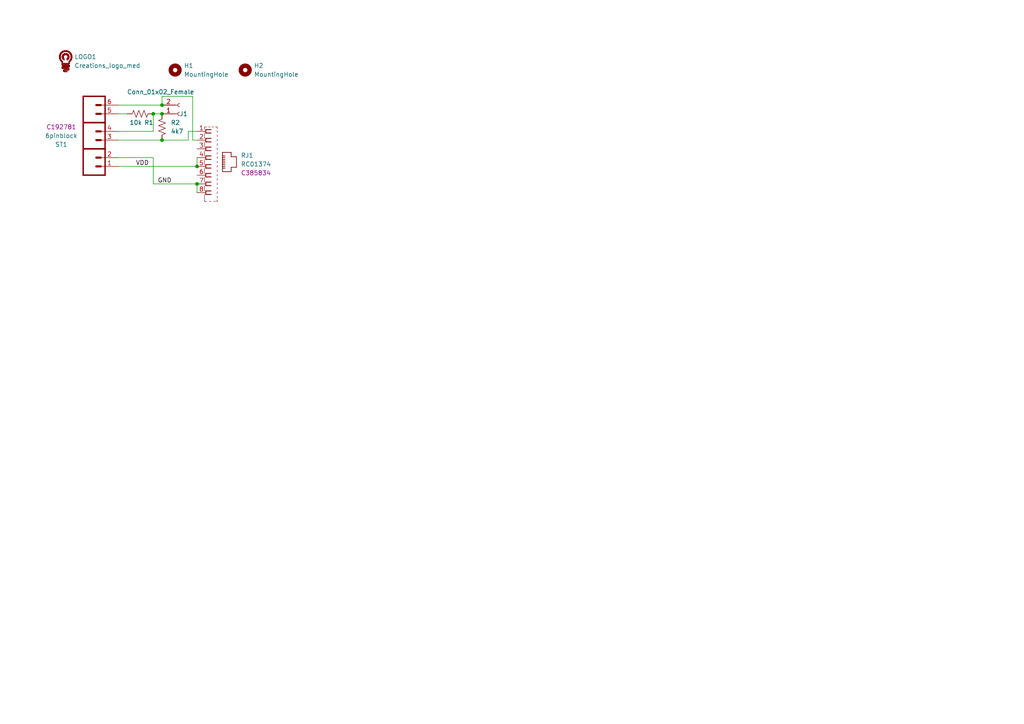
<source format=kicad_sch>
(kicad_sch (version 20211123) (generator eeschema)

  (uuid 26af8b65-23c5-4b22-922e-a0c65e09f9fd)

  (paper "A4")

  (lib_symbols
    (symbol "Austins creations:6pinblock" (in_bom yes) (on_board yes)
      (property "Reference" "ST" (id 0) (at -8.89 2.54 0)
        (effects (font (size 1.27 1.27)))
      )
      (property "Value" "6pinblock" (id 1) (at -8.89 0 0)
        (effects (font (size 1.27 1.27)))
      )
      (property "Footprint" "Austins creations:6pinblock" (id 2) (at -16.51 -5.08 0)
        (effects (font (size 1.27 1.27)) hide)
      )
      (property "Datasheet" "" (id 3) (at -12.7 6.35 0)
        (effects (font (size 1.27 1.27)) hide)
      )
      (property "part #" "C192781" (id 4) (at -8.89 -2.54 0)
        (effects (font (size 1.27 1.27)))
      )
      (symbol "6pinblock_1_0"
        (polyline
          (pts
            (xy -2.54 -3.81)
            (xy -2.54 -11.43)
          )
          (stroke (width 0.4064) (type default) (color 0 0 0 0))
          (fill (type none))
        )
        (polyline
          (pts
            (xy -2.54 -3.81)
            (xy 3.81 -3.81)
          )
          (stroke (width 0.4064) (type default) (color 0 0 0 0))
          (fill (type none))
        )
        (polyline
          (pts
            (xy -2.54 3.81)
            (xy -2.54 -3.81)
          )
          (stroke (width 0.4064) (type default) (color 0 0 0 0))
          (fill (type none))
        )
        (polyline
          (pts
            (xy -2.54 3.81)
            (xy 3.81 3.81)
          )
          (stroke (width 0.4064) (type default) (color 0 0 0 0))
          (fill (type none))
        )
        (polyline
          (pts
            (xy -2.54 11.43)
            (xy -2.54 3.81)
          )
          (stroke (width 0.4064) (type default) (color 0 0 0 0))
          (fill (type none))
        )
        (polyline
          (pts
            (xy -2.54 11.43)
            (xy 3.81 11.43)
          )
          (stroke (width 0.4064) (type default) (color 0 0 0 0))
          (fill (type none))
        )
        (polyline
          (pts
            (xy 1.27 -8.89)
            (xy 2.54 -8.89)
          )
          (stroke (width 0.6096) (type default) (color 0 0 0 0))
          (fill (type none))
        )
        (polyline
          (pts
            (xy 1.27 -6.35)
            (xy 2.54 -6.35)
          )
          (stroke (width 0.6096) (type default) (color 0 0 0 0))
          (fill (type none))
        )
        (polyline
          (pts
            (xy 1.27 -1.27)
            (xy 2.54 -1.27)
          )
          (stroke (width 0.6096) (type default) (color 0 0 0 0))
          (fill (type none))
        )
        (polyline
          (pts
            (xy 1.27 1.27)
            (xy 2.54 1.27)
          )
          (stroke (width 0.6096) (type default) (color 0 0 0 0))
          (fill (type none))
        )
        (polyline
          (pts
            (xy 1.27 6.35)
            (xy 2.54 6.35)
          )
          (stroke (width 0.6096) (type default) (color 0 0 0 0))
          (fill (type none))
        )
        (polyline
          (pts
            (xy 1.27 8.89)
            (xy 2.54 8.89)
          )
          (stroke (width 0.6096) (type default) (color 0 0 0 0))
          (fill (type none))
        )
        (polyline
          (pts
            (xy 3.81 -11.43)
            (xy -2.54 -11.43)
          )
          (stroke (width 0.4064) (type default) (color 0 0 0 0))
          (fill (type none))
        )
        (polyline
          (pts
            (xy 3.81 -11.43)
            (xy 3.81 -3.81)
          )
          (stroke (width 0.4064) (type default) (color 0 0 0 0))
          (fill (type none))
        )
        (polyline
          (pts
            (xy 3.81 -3.81)
            (xy -2.54 -3.81)
          )
          (stroke (width 0.4064) (type default) (color 0 0 0 0))
          (fill (type none))
        )
        (polyline
          (pts
            (xy 3.81 -3.81)
            (xy 3.81 3.81)
          )
          (stroke (width 0.4064) (type default) (color 0 0 0 0))
          (fill (type none))
        )
        (polyline
          (pts
            (xy 3.81 3.81)
            (xy -2.54 3.81)
          )
          (stroke (width 0.4064) (type default) (color 0 0 0 0))
          (fill (type none))
        )
        (polyline
          (pts
            (xy 3.81 3.81)
            (xy 3.81 11.43)
          )
          (stroke (width 0.4064) (type default) (color 0 0 0 0))
          (fill (type none))
        )
        (pin bidirectional line (at 7.62 8.89 180) (length 5.08)
          (name "1" (effects (font (size 0 0))))
          (number "1" (effects (font (size 1.27 1.27))))
        )
        (pin bidirectional line (at 7.62 6.35 180) (length 5.08)
          (name "2" (effects (font (size 0 0))))
          (number "2" (effects (font (size 1.27 1.27))))
        )
        (pin bidirectional line (at 7.62 1.27 180) (length 5.08)
          (name "3" (effects (font (size 0 0))))
          (number "3" (effects (font (size 1.27 1.27))))
        )
        (pin bidirectional line (at 7.62 -1.27 180) (length 5.08)
          (name "4" (effects (font (size 0 0))))
          (number "4" (effects (font (size 1.27 1.27))))
        )
        (pin bidirectional line (at 7.62 -6.35 180) (length 5.08)
          (name "5" (effects (font (size 0 0))))
          (number "5" (effects (font (size 1.27 1.27))))
        )
        (pin bidirectional line (at 7.62 -8.89 180) (length 5.08)
          (name "6" (effects (font (size 0 0))))
          (number "6" (effects (font (size 1.27 1.27))))
        )
      )
    )
    (symbol "Austins creations:RC01374" (in_bom yes) (on_board yes)
      (property "Reference" "RJ45" (id 0) (at 5.08 8.89 0)
        (effects (font (size 1.27 1.27)))
      )
      (property "Value" "RC01374" (id 1) (at 6.35 6.35 0)
        (effects (font (size 1.27 1.27)))
      )
      (property "Footprint" "Austins creations:RC01374" (id 2) (at 0 -12.7 0)
        (effects (font (size 1.27 1.27)) hide)
      )
      (property "Datasheet" "" (id 3) (at 0 7.62 0)
        (effects (font (size 1.27 1.27)) hide)
      )
      (property "part #" "C385834" (id 4) (at 6.35 3.81 0)
        (effects (font (size 1.27 1.27)))
      )
      (symbol "RC01374_1_0"
        (polyline
          (pts
            (xy -2.921 -11.43)
            (xy -2.286 -11.43)
          )
          (stroke (width 0.127) (type default) (color 0 0 0 0))
          (fill (type none))
        )
        (polyline
          (pts
            (xy -2.921 -9.398)
            (xy -2.921 -11.43)
          )
          (stroke (width 0.127) (type default) (color 0 0 0 0))
          (fill (type none))
        )
        (polyline
          (pts
            (xy -2.921 -6.858)
            (xy -2.921 -8.382)
          )
          (stroke (width 0.127) (type default) (color 0 0 0 0))
          (fill (type none))
        )
        (polyline
          (pts
            (xy -2.921 -4.318)
            (xy -2.921 -5.842)
          )
          (stroke (width 0.127) (type default) (color 0 0 0 0))
          (fill (type none))
        )
        (polyline
          (pts
            (xy -2.921 -1.778)
            (xy -2.921 -3.302)
          )
          (stroke (width 0.127) (type default) (color 0 0 0 0))
          (fill (type none))
        )
        (polyline
          (pts
            (xy -2.921 0.762)
            (xy -2.921 -0.762)
          )
          (stroke (width 0.127) (type default) (color 0 0 0 0))
          (fill (type none))
        )
        (polyline
          (pts
            (xy -2.921 3.302)
            (xy -2.921 1.778)
          )
          (stroke (width 0.127) (type default) (color 0 0 0 0))
          (fill (type none))
        )
        (polyline
          (pts
            (xy -2.921 5.842)
            (xy -2.921 4.318)
          )
          (stroke (width 0.127) (type default) (color 0 0 0 0))
          (fill (type none))
        )
        (polyline
          (pts
            (xy -2.921 8.382)
            (xy -2.921 6.858)
          )
          (stroke (width 0.127) (type default) (color 0 0 0 0))
          (fill (type none))
        )
        (polyline
          (pts
            (xy -2.921 10.16)
            (xy -2.921 9.398)
          )
          (stroke (width 0.127) (type default) (color 0 0 0 0))
          (fill (type none))
        )
        (polyline
          (pts
            (xy -2.54 -9.398)
            (xy -1.016 -9.398)
          )
          (stroke (width 0.254) (type default) (color 0 0 0 0))
          (fill (type none))
        )
        (polyline
          (pts
            (xy -2.54 -8.382)
            (xy -2.54 -9.398)
          )
          (stroke (width 0.254) (type default) (color 0 0 0 0))
          (fill (type none))
        )
        (polyline
          (pts
            (xy -2.54 -6.858)
            (xy -1.016 -6.858)
          )
          (stroke (width 0.254) (type default) (color 0 0 0 0))
          (fill (type none))
        )
        (polyline
          (pts
            (xy -2.54 -5.842)
            (xy -2.54 -6.858)
          )
          (stroke (width 0.254) (type default) (color 0 0 0 0))
          (fill (type none))
        )
        (polyline
          (pts
            (xy -2.54 -4.318)
            (xy -1.016 -4.318)
          )
          (stroke (width 0.254) (type default) (color 0 0 0 0))
          (fill (type none))
        )
        (polyline
          (pts
            (xy -2.54 -3.302)
            (xy -2.54 -4.318)
          )
          (stroke (width 0.254) (type default) (color 0 0 0 0))
          (fill (type none))
        )
        (polyline
          (pts
            (xy -2.54 -1.778)
            (xy -1.016 -1.778)
          )
          (stroke (width 0.254) (type default) (color 0 0 0 0))
          (fill (type none))
        )
        (polyline
          (pts
            (xy -2.54 -0.762)
            (xy -2.54 -1.778)
          )
          (stroke (width 0.254) (type default) (color 0 0 0 0))
          (fill (type none))
        )
        (polyline
          (pts
            (xy -2.54 0.762)
            (xy -1.016 0.762)
          )
          (stroke (width 0.254) (type default) (color 0 0 0 0))
          (fill (type none))
        )
        (polyline
          (pts
            (xy -2.54 1.778)
            (xy -2.54 0.762)
          )
          (stroke (width 0.254) (type default) (color 0 0 0 0))
          (fill (type none))
        )
        (polyline
          (pts
            (xy -2.54 3.302)
            (xy -1.016 3.302)
          )
          (stroke (width 0.254) (type default) (color 0 0 0 0))
          (fill (type none))
        )
        (polyline
          (pts
            (xy -2.54 4.318)
            (xy -2.54 3.302)
          )
          (stroke (width 0.254) (type default) (color 0 0 0 0))
          (fill (type none))
        )
        (polyline
          (pts
            (xy -2.54 5.842)
            (xy -1.016 5.842)
          )
          (stroke (width 0.254) (type default) (color 0 0 0 0))
          (fill (type none))
        )
        (polyline
          (pts
            (xy -2.54 6.858)
            (xy -2.54 5.842)
          )
          (stroke (width 0.254) (type default) (color 0 0 0 0))
          (fill (type none))
        )
        (polyline
          (pts
            (xy -2.54 8.382)
            (xy -1.016 8.382)
          )
          (stroke (width 0.254) (type default) (color 0 0 0 0))
          (fill (type none))
        )
        (polyline
          (pts
            (xy -2.54 9.398)
            (xy -2.54 8.382)
          )
          (stroke (width 0.254) (type default) (color 0 0 0 0))
          (fill (type none))
        )
        (polyline
          (pts
            (xy -2.286 10.16)
            (xy -2.921 10.16)
          )
          (stroke (width 0.127) (type default) (color 0 0 0 0))
          (fill (type none))
        )
        (polyline
          (pts
            (xy -1.524 -11.43)
            (xy -1.016 -11.43)
          )
          (stroke (width 0.127) (type default) (color 0 0 0 0))
          (fill (type none))
        )
        (polyline
          (pts
            (xy -1.27 10.16)
            (xy -1.778 10.16)
          )
          (stroke (width 0.127) (type default) (color 0 0 0 0))
          (fill (type none))
        )
        (polyline
          (pts
            (xy -1.016 -8.382)
            (xy -2.54 -8.382)
          )
          (stroke (width 0.254) (type default) (color 0 0 0 0))
          (fill (type none))
        )
        (polyline
          (pts
            (xy -1.016 -5.842)
            (xy -2.54 -5.842)
          )
          (stroke (width 0.254) (type default) (color 0 0 0 0))
          (fill (type none))
        )
        (polyline
          (pts
            (xy -1.016 -3.302)
            (xy -2.54 -3.302)
          )
          (stroke (width 0.254) (type default) (color 0 0 0 0))
          (fill (type none))
        )
        (polyline
          (pts
            (xy -1.016 -0.762)
            (xy -2.54 -0.762)
          )
          (stroke (width 0.254) (type default) (color 0 0 0 0))
          (fill (type none))
        )
        (polyline
          (pts
            (xy -1.016 1.778)
            (xy -2.54 1.778)
          )
          (stroke (width 0.254) (type default) (color 0 0 0 0))
          (fill (type none))
        )
        (polyline
          (pts
            (xy -1.016 4.318)
            (xy -2.54 4.318)
          )
          (stroke (width 0.254) (type default) (color 0 0 0 0))
          (fill (type none))
        )
        (polyline
          (pts
            (xy -1.016 6.858)
            (xy -2.54 6.858)
          )
          (stroke (width 0.254) (type default) (color 0 0 0 0))
          (fill (type none))
        )
        (polyline
          (pts
            (xy -1.016 9.398)
            (xy -2.54 9.398)
          )
          (stroke (width 0.254) (type default) (color 0 0 0 0))
          (fill (type none))
        )
        (polyline
          (pts
            (xy -0.254 -11.43)
            (xy 0.254 -11.43)
          )
          (stroke (width 0.127) (type default) (color 0 0 0 0))
          (fill (type none))
        )
        (polyline
          (pts
            (xy -0.254 10.16)
            (xy -0.762 10.16)
          )
          (stroke (width 0.127) (type default) (color 0 0 0 0))
          (fill (type none))
        )
        (polyline
          (pts
            (xy 0.508 -11.43)
            (xy 0.762 -11.43)
          )
          (stroke (width 0.127) (type default) (color 0 0 0 0))
          (fill (type none))
        )
        (polyline
          (pts
            (xy 0.762 -11.43)
            (xy 0.762 -10.922)
          )
          (stroke (width 0.127) (type default) (color 0 0 0 0))
          (fill (type none))
        )
        (polyline
          (pts
            (xy 0.762 -10.414)
            (xy 0.762 -9.906)
          )
          (stroke (width 0.127) (type default) (color 0 0 0 0))
          (fill (type none))
        )
        (polyline
          (pts
            (xy 0.762 -9.144)
            (xy 0.762 -8.636)
          )
          (stroke (width 0.127) (type default) (color 0 0 0 0))
          (fill (type none))
        )
        (polyline
          (pts
            (xy 0.762 -7.874)
            (xy 0.762 -7.366)
          )
          (stroke (width 0.127) (type default) (color 0 0 0 0))
          (fill (type none))
        )
        (polyline
          (pts
            (xy 0.762 -6.604)
            (xy 0.762 -6.096)
          )
          (stroke (width 0.127) (type default) (color 0 0 0 0))
          (fill (type none))
        )
        (polyline
          (pts
            (xy 0.762 -5.334)
            (xy 0.762 -4.826)
          )
          (stroke (width 0.127) (type default) (color 0 0 0 0))
          (fill (type none))
        )
        (polyline
          (pts
            (xy 0.762 -4.064)
            (xy 0.762 -3.556)
          )
          (stroke (width 0.127) (type default) (color 0 0 0 0))
          (fill (type none))
        )
        (polyline
          (pts
            (xy 0.762 -2.794)
            (xy 0.762 -2.286)
          )
          (stroke (width 0.127) (type default) (color 0 0 0 0))
          (fill (type none))
        )
        (polyline
          (pts
            (xy 0.762 -1.524)
            (xy 0.762 -1.016)
          )
          (stroke (width 0.127) (type default) (color 0 0 0 0))
          (fill (type none))
        )
        (polyline
          (pts
            (xy 0.762 -0.254)
            (xy 0.762 0.254)
          )
          (stroke (width 0.127) (type default) (color 0 0 0 0))
          (fill (type none))
        )
        (polyline
          (pts
            (xy 0.762 1.016)
            (xy 0.762 1.524)
          )
          (stroke (width 0.127) (type default) (color 0 0 0 0))
          (fill (type none))
        )
        (polyline
          (pts
            (xy 0.762 2.286)
            (xy 0.762 2.794)
          )
          (stroke (width 0.127) (type default) (color 0 0 0 0))
          (fill (type none))
        )
        (polyline
          (pts
            (xy 0.762 3.556)
            (xy 0.762 4.064)
          )
          (stroke (width 0.127) (type default) (color 0 0 0 0))
          (fill (type none))
        )
        (polyline
          (pts
            (xy 0.762 4.826)
            (xy 0.762 5.334)
          )
          (stroke (width 0.127) (type default) (color 0 0 0 0))
          (fill (type none))
        )
        (polyline
          (pts
            (xy 0.762 6.096)
            (xy 0.762 6.604)
          )
          (stroke (width 0.127) (type default) (color 0 0 0 0))
          (fill (type none))
        )
        (polyline
          (pts
            (xy 0.762 7.366)
            (xy 0.762 7.874)
          )
          (stroke (width 0.127) (type default) (color 0 0 0 0))
          (fill (type none))
        )
        (polyline
          (pts
            (xy 0.762 8.636)
            (xy 0.762 9.144)
          )
          (stroke (width 0.127) (type default) (color 0 0 0 0))
          (fill (type none))
        )
        (polyline
          (pts
            (xy 0.762 9.652)
            (xy 0.762 10.16)
          )
          (stroke (width 0.127) (type default) (color 0 0 0 0))
          (fill (type none))
        )
        (polyline
          (pts
            (xy 0.762 10.16)
            (xy 0.254 10.16)
          )
          (stroke (width 0.127) (type default) (color 0 0 0 0))
          (fill (type none))
        )
        (polyline
          (pts
            (xy 2.286 -2.794)
            (xy 4.826 -2.794)
          )
          (stroke (width 0.1998) (type default) (color 0 0 0 0))
          (fill (type none))
        )
        (polyline
          (pts
            (xy 2.286 -1.778)
            (xy 2.286 -2.794)
          )
          (stroke (width 0.1998) (type default) (color 0 0 0 0))
          (fill (type none))
        )
        (polyline
          (pts
            (xy 2.286 -1.778)
            (xy 3.048 -1.778)
          )
          (stroke (width 0.1998) (type default) (color 0 0 0 0))
          (fill (type none))
        )
        (polyline
          (pts
            (xy 2.286 -1.27)
            (xy 2.286 -1.778)
          )
          (stroke (width 0.1998) (type default) (color 0 0 0 0))
          (fill (type none))
        )
        (polyline
          (pts
            (xy 2.286 -1.27)
            (xy 3.048 -1.27)
          )
          (stroke (width 0.1998) (type default) (color 0 0 0 0))
          (fill (type none))
        )
        (polyline
          (pts
            (xy 2.286 -0.762)
            (xy 2.286 -1.27)
          )
          (stroke (width 0.1998) (type default) (color 0 0 0 0))
          (fill (type none))
        )
        (polyline
          (pts
            (xy 2.286 -0.762)
            (xy 3.048 -0.762)
          )
          (stroke (width 0.1998) (type default) (color 0 0 0 0))
          (fill (type none))
        )
        (polyline
          (pts
            (xy 2.286 -0.254)
            (xy 2.286 -0.762)
          )
          (stroke (width 0.1998) (type default) (color 0 0 0 0))
          (fill (type none))
        )
        (polyline
          (pts
            (xy 2.286 -0.254)
            (xy 3.048 -0.254)
          )
          (stroke (width 0.1998) (type default) (color 0 0 0 0))
          (fill (type none))
        )
        (polyline
          (pts
            (xy 2.286 0.254)
            (xy 2.286 -0.254)
          )
          (stroke (width 0.1998) (type default) (color 0 0 0 0))
          (fill (type none))
        )
        (polyline
          (pts
            (xy 2.286 0.254)
            (xy 3.048 0.254)
          )
          (stroke (width 0.1998) (type default) (color 0 0 0 0))
          (fill (type none))
        )
        (polyline
          (pts
            (xy 2.286 0.762)
            (xy 2.286 0.254)
          )
          (stroke (width 0.1998) (type default) (color 0 0 0 0))
          (fill (type none))
        )
        (polyline
          (pts
            (xy 2.286 0.762)
            (xy 3.048 0.762)
          )
          (stroke (width 0.1998) (type default) (color 0 0 0 0))
          (fill (type none))
        )
        (polyline
          (pts
            (xy 2.286 1.27)
            (xy 2.286 0.762)
          )
          (stroke (width 0.1998) (type default) (color 0 0 0 0))
          (fill (type none))
        )
        (polyline
          (pts
            (xy 2.286 1.27)
            (xy 3.048 1.27)
          )
          (stroke (width 0.1998) (type default) (color 0 0 0 0))
          (fill (type none))
        )
        (polyline
          (pts
            (xy 2.286 1.778)
            (xy 2.286 1.27)
          )
          (stroke (width 0.1998) (type default) (color 0 0 0 0))
          (fill (type none))
        )
        (polyline
          (pts
            (xy 2.286 1.778)
            (xy 3.048 1.778)
          )
          (stroke (width 0.1998) (type default) (color 0 0 0 0))
          (fill (type none))
        )
        (polyline
          (pts
            (xy 2.286 2.794)
            (xy 2.286 1.778)
          )
          (stroke (width 0.1998) (type default) (color 0 0 0 0))
          (fill (type none))
        )
        (polyline
          (pts
            (xy 4.826 -2.794)
            (xy 4.826 -1.524)
          )
          (stroke (width 0.1998) (type default) (color 0 0 0 0))
          (fill (type none))
        )
        (polyline
          (pts
            (xy 4.826 -1.524)
            (xy 6.35 -1.524)
          )
          (stroke (width 0.1998) (type default) (color 0 0 0 0))
          (fill (type none))
        )
        (polyline
          (pts
            (xy 4.826 1.524)
            (xy 4.826 2.794)
          )
          (stroke (width 0.1998) (type default) (color 0 0 0 0))
          (fill (type none))
        )
        (polyline
          (pts
            (xy 4.826 2.794)
            (xy 2.286 2.794)
          )
          (stroke (width 0.1998) (type default) (color 0 0 0 0))
          (fill (type none))
        )
        (polyline
          (pts
            (xy 6.35 -1.524)
            (xy 6.35 1.524)
          )
          (stroke (width 0.1998) (type default) (color 0 0 0 0))
          (fill (type none))
        )
        (polyline
          (pts
            (xy 6.35 1.524)
            (xy 4.826 1.524)
          )
          (stroke (width 0.1998) (type default) (color 0 0 0 0))
          (fill (type none))
        )
        (pin passive line (at -5.08 8.89 0) (length 2.54)
          (name "1" (effects (font (size 0 0))))
          (number "1" (effects (font (size 1.27 1.27))))
        )
        (pin passive line (at -5.08 6.35 0) (length 2.54)
          (name "2" (effects (font (size 0 0))))
          (number "2" (effects (font (size 1.27 1.27))))
        )
        (pin passive line (at -5.08 3.81 0) (length 2.54)
          (name "3" (effects (font (size 0 0))))
          (number "3" (effects (font (size 1.27 1.27))))
        )
        (pin passive line (at -5.08 1.27 0) (length 2.54)
          (name "4" (effects (font (size 0 0))))
          (number "4" (effects (font (size 1.27 1.27))))
        )
        (pin passive line (at -5.08 -1.27 0) (length 2.54)
          (name "5" (effects (font (size 0 0))))
          (number "5" (effects (font (size 1.27 1.27))))
        )
        (pin passive line (at -5.08 -3.81 0) (length 2.54)
          (name "6" (effects (font (size 0 0))))
          (number "6" (effects (font (size 1.27 1.27))))
        )
        (pin passive line (at -5.08 -6.35 0) (length 2.54)
          (name "7" (effects (font (size 0 0))))
          (number "7" (effects (font (size 1.27 1.27))))
        )
        (pin passive line (at -5.08 -8.89 0) (length 2.54)
          (name "8" (effects (font (size 0 0))))
          (number "8" (effects (font (size 1.27 1.27))))
        )
      )
    )
    (symbol "Connector:Conn_01x02_Female" (pin_names (offset 1.016) hide) (in_bom yes) (on_board yes)
      (property "Reference" "J" (id 0) (at 0 2.54 0)
        (effects (font (size 1.27 1.27)))
      )
      (property "Value" "Conn_01x02_Female" (id 1) (at 0 -5.08 0)
        (effects (font (size 1.27 1.27)))
      )
      (property "Footprint" "" (id 2) (at 0 0 0)
        (effects (font (size 1.27 1.27)) hide)
      )
      (property "Datasheet" "~" (id 3) (at 0 0 0)
        (effects (font (size 1.27 1.27)) hide)
      )
      (property "ki_keywords" "connector" (id 4) (at 0 0 0)
        (effects (font (size 1.27 1.27)) hide)
      )
      (property "ki_description" "Generic connector, single row, 01x02, script generated (kicad-library-utils/schlib/autogen/connector/)" (id 5) (at 0 0 0)
        (effects (font (size 1.27 1.27)) hide)
      )
      (property "ki_fp_filters" "Connector*:*_1x??_*" (id 6) (at 0 0 0)
        (effects (font (size 1.27 1.27)) hide)
      )
      (symbol "Conn_01x02_Female_1_1"
        (arc (start 0 -2.032) (mid -0.508 -2.54) (end 0 -3.048)
          (stroke (width 0.1524) (type default) (color 0 0 0 0))
          (fill (type none))
        )
        (polyline
          (pts
            (xy -1.27 -2.54)
            (xy -0.508 -2.54)
          )
          (stroke (width 0.1524) (type default) (color 0 0 0 0))
          (fill (type none))
        )
        (polyline
          (pts
            (xy -1.27 0)
            (xy -0.508 0)
          )
          (stroke (width 0.1524) (type default) (color 0 0 0 0))
          (fill (type none))
        )
        (arc (start 0 0.508) (mid -0.508 0) (end 0 -0.508)
          (stroke (width 0.1524) (type default) (color 0 0 0 0))
          (fill (type none))
        )
        (pin passive line (at -5.08 0 0) (length 3.81)
          (name "Pin_1" (effects (font (size 1.27 1.27))))
          (number "1" (effects (font (size 1.27 1.27))))
        )
        (pin passive line (at -5.08 -2.54 0) (length 3.81)
          (name "Pin_2" (effects (font (size 1.27 1.27))))
          (number "2" (effects (font (size 1.27 1.27))))
        )
      )
    )
    (symbol "Device:R_US" (pin_numbers hide) (pin_names (offset 0)) (in_bom yes) (on_board yes)
      (property "Reference" "R" (id 0) (at 2.54 0 90)
        (effects (font (size 1.27 1.27)))
      )
      (property "Value" "R_US" (id 1) (at -2.54 0 90)
        (effects (font (size 1.27 1.27)))
      )
      (property "Footprint" "" (id 2) (at 1.016 -0.254 90)
        (effects (font (size 1.27 1.27)) hide)
      )
      (property "Datasheet" "~" (id 3) (at 0 0 0)
        (effects (font (size 1.27 1.27)) hide)
      )
      (property "ki_keywords" "R res resistor" (id 4) (at 0 0 0)
        (effects (font (size 1.27 1.27)) hide)
      )
      (property "ki_description" "Resistor, US symbol" (id 5) (at 0 0 0)
        (effects (font (size 1.27 1.27)) hide)
      )
      (property "ki_fp_filters" "R_*" (id 6) (at 0 0 0)
        (effects (font (size 1.27 1.27)) hide)
      )
      (symbol "R_US_0_1"
        (polyline
          (pts
            (xy 0 -2.286)
            (xy 0 -2.54)
          )
          (stroke (width 0) (type default) (color 0 0 0 0))
          (fill (type none))
        )
        (polyline
          (pts
            (xy 0 2.286)
            (xy 0 2.54)
          )
          (stroke (width 0) (type default) (color 0 0 0 0))
          (fill (type none))
        )
        (polyline
          (pts
            (xy 0 -0.762)
            (xy 1.016 -1.143)
            (xy 0 -1.524)
            (xy -1.016 -1.905)
            (xy 0 -2.286)
          )
          (stroke (width 0) (type default) (color 0 0 0 0))
          (fill (type none))
        )
        (polyline
          (pts
            (xy 0 0.762)
            (xy 1.016 0.381)
            (xy 0 0)
            (xy -1.016 -0.381)
            (xy 0 -0.762)
          )
          (stroke (width 0) (type default) (color 0 0 0 0))
          (fill (type none))
        )
        (polyline
          (pts
            (xy 0 2.286)
            (xy 1.016 1.905)
            (xy 0 1.524)
            (xy -1.016 1.143)
            (xy 0 0.762)
          )
          (stroke (width 0) (type default) (color 0 0 0 0))
          (fill (type none))
        )
      )
      (symbol "R_US_1_1"
        (pin passive line (at 0 3.81 270) (length 1.27)
          (name "~" (effects (font (size 1.27 1.27))))
          (number "1" (effects (font (size 1.27 1.27))))
        )
        (pin passive line (at 0 -3.81 90) (length 1.27)
          (name "~" (effects (font (size 1.27 1.27))))
          (number "2" (effects (font (size 1.27 1.27))))
        )
      )
    )
    (symbol "Mechanical:MountingHole" (pin_names (offset 1.016)) (in_bom yes) (on_board yes)
      (property "Reference" "H" (id 0) (at 0 5.08 0)
        (effects (font (size 1.27 1.27)))
      )
      (property "Value" "MountingHole" (id 1) (at 0 3.175 0)
        (effects (font (size 1.27 1.27)))
      )
      (property "Footprint" "" (id 2) (at 0 0 0)
        (effects (font (size 1.27 1.27)) hide)
      )
      (property "Datasheet" "~" (id 3) (at 0 0 0)
        (effects (font (size 1.27 1.27)) hide)
      )
      (property "ki_keywords" "mounting hole" (id 4) (at 0 0 0)
        (effects (font (size 1.27 1.27)) hide)
      )
      (property "ki_description" "Mounting Hole without connection" (id 5) (at 0 0 0)
        (effects (font (size 1.27 1.27)) hide)
      )
      (property "ki_fp_filters" "MountingHole*" (id 6) (at 0 0 0)
        (effects (font (size 1.27 1.27)) hide)
      )
      (symbol "MountingHole_0_1"
        (circle (center 0 0) (radius 1.27)
          (stroke (width 1.27) (type default) (color 0 0 0 0))
          (fill (type none))
        )
      )
    )
    (symbol "logos:Creations_logo_med" (in_bom yes) (on_board yes)
      (property "Reference" "LOGO" (id 0) (at 0 6.35 0)
        (effects (font (size 1.27 1.27)))
      )
      (property "Value" "Creations_logo_med" (id 1) (at 0 3.81 0)
        (effects (font (size 1.27 1.27)))
      )
      (property "Footprint" "logos:Creations logo med" (id 2) (at 0 8.89 0)
        (effects (font (size 1.27 1.27)) hide)
      )
      (property "Datasheet" "" (id 3) (at 0 10.16 0)
        (effects (font (size 1.27 1.27)) hide)
      )
      (symbol "Creations_logo_med_1_0"
        (rectangle (start -1.8415 -0.254) (end -1.5367 -0.2286)
          (stroke (width 0) (type default) (color 0 0 0 0))
          (fill (type outline))
        )
        (rectangle (start -1.8415 -0.2286) (end -1.5367 -0.2032)
          (stroke (width 0) (type default) (color 0 0 0 0))
          (fill (type outline))
        )
        (rectangle (start -1.8415 -0.2032) (end -1.5367 -0.1778)
          (stroke (width 0) (type default) (color 0 0 0 0))
          (fill (type outline))
        )
        (rectangle (start -1.8415 -0.1778) (end -1.5367 -0.1524)
          (stroke (width 0) (type default) (color 0 0 0 0))
          (fill (type outline))
        )
        (rectangle (start -1.8415 -0.1524) (end -1.5367 -0.127)
          (stroke (width 0) (type default) (color 0 0 0 0))
          (fill (type outline))
        )
        (rectangle (start -1.8415 -0.127) (end -1.5367 -0.1016)
          (stroke (width 0) (type default) (color 0 0 0 0))
          (fill (type outline))
        )
        (rectangle (start -1.8415 -0.1016) (end -1.5367 -0.0762)
          (stroke (width 0) (type default) (color 0 0 0 0))
          (fill (type outline))
        )
        (rectangle (start -1.8415 -0.0762) (end -1.5367 -0.0508)
          (stroke (width 0) (type default) (color 0 0 0 0))
          (fill (type outline))
        )
        (rectangle (start -1.8415 -0.0508) (end -1.5367 -0.0254)
          (stroke (width 0) (type default) (color 0 0 0 0))
          (fill (type outline))
        )
        (rectangle (start -1.8415 -0.0254) (end -1.5367 0)
          (stroke (width 0) (type default) (color 0 0 0 0))
          (fill (type outline))
        )
        (rectangle (start -1.8415 0) (end -1.5367 0.0254)
          (stroke (width 0) (type default) (color 0 0 0 0))
          (fill (type outline))
        )
        (rectangle (start -1.8415 0.0254) (end -1.5367 0.0508)
          (stroke (width 0) (type default) (color 0 0 0 0))
          (fill (type outline))
        )
        (rectangle (start -1.8415 0.0508) (end -1.5367 0.0762)
          (stroke (width 0) (type default) (color 0 0 0 0))
          (fill (type outline))
        )
        (rectangle (start -1.8415 0.0762) (end -1.5367 0.1016)
          (stroke (width 0) (type default) (color 0 0 0 0))
          (fill (type outline))
        )
        (rectangle (start -1.8415 0.1016) (end -1.5367 0.127)
          (stroke (width 0) (type default) (color 0 0 0 0))
          (fill (type outline))
        )
        (rectangle (start -1.8415 0.127) (end -1.5367 0.1524)
          (stroke (width 0) (type default) (color 0 0 0 0))
          (fill (type outline))
        )
        (rectangle (start -1.8415 0.1524) (end -1.5367 0.1778)
          (stroke (width 0) (type default) (color 0 0 0 0))
          (fill (type outline))
        )
        (rectangle (start -1.8415 0.1778) (end -1.5367 0.2032)
          (stroke (width 0) (type default) (color 0 0 0 0))
          (fill (type outline))
        )
        (rectangle (start -1.8415 0.2032) (end -1.5367 0.2286)
          (stroke (width 0) (type default) (color 0 0 0 0))
          (fill (type outline))
        )
        (rectangle (start -1.8415 0.2286) (end -1.5367 0.254)
          (stroke (width 0) (type default) (color 0 0 0 0))
          (fill (type outline))
        )
        (rectangle (start -1.8415 0.254) (end -1.5113 0.2794)
          (stroke (width 0) (type default) (color 0 0 0 0))
          (fill (type outline))
        )
        (rectangle (start -1.8415 0.2794) (end -1.5113 0.3048)
          (stroke (width 0) (type default) (color 0 0 0 0))
          (fill (type outline))
        )
        (rectangle (start -1.8161 -0.4064) (end -1.5113 -0.381)
          (stroke (width 0) (type default) (color 0 0 0 0))
          (fill (type outline))
        )
        (rectangle (start -1.8161 -0.381) (end -1.5113 -0.3556)
          (stroke (width 0) (type default) (color 0 0 0 0))
          (fill (type outline))
        )
        (rectangle (start -1.8161 -0.3556) (end -1.5113 -0.3302)
          (stroke (width 0) (type default) (color 0 0 0 0))
          (fill (type outline))
        )
        (rectangle (start -1.8161 -0.3302) (end -1.5113 -0.3048)
          (stroke (width 0) (type default) (color 0 0 0 0))
          (fill (type outline))
        )
        (rectangle (start -1.8161 -0.3048) (end -1.5367 -0.2794)
          (stroke (width 0) (type default) (color 0 0 0 0))
          (fill (type outline))
        )
        (rectangle (start -1.8161 -0.2794) (end -1.5367 -0.254)
          (stroke (width 0) (type default) (color 0 0 0 0))
          (fill (type outline))
        )
        (rectangle (start -1.8161 0.3048) (end -1.5113 0.3302)
          (stroke (width 0) (type default) (color 0 0 0 0))
          (fill (type outline))
        )
        (rectangle (start -1.8161 0.3302) (end -1.5113 0.3556)
          (stroke (width 0) (type default) (color 0 0 0 0))
          (fill (type outline))
        )
        (rectangle (start -1.8161 0.3556) (end -1.5113 0.381)
          (stroke (width 0) (type default) (color 0 0 0 0))
          (fill (type outline))
        )
        (rectangle (start -1.8161 0.381) (end -1.4859 0.4064)
          (stroke (width 0) (type default) (color 0 0 0 0))
          (fill (type outline))
        )
        (rectangle (start -1.8161 0.4064) (end -1.4859 0.4318)
          (stroke (width 0) (type default) (color 0 0 0 0))
          (fill (type outline))
        )
        (rectangle (start -1.7907 -0.4826) (end -1.4859 -0.4572)
          (stroke (width 0) (type default) (color 0 0 0 0))
          (fill (type outline))
        )
        (rectangle (start -1.7907 -0.4572) (end -1.4859 -0.4318)
          (stroke (width 0) (type default) (color 0 0 0 0))
          (fill (type outline))
        )
        (rectangle (start -1.7907 -0.4318) (end -1.4859 -0.4064)
          (stroke (width 0) (type default) (color 0 0 0 0))
          (fill (type outline))
        )
        (rectangle (start -1.7907 0.4318) (end -1.4859 0.4572)
          (stroke (width 0) (type default) (color 0 0 0 0))
          (fill (type outline))
        )
        (rectangle (start -1.7907 0.4572) (end -1.4859 0.4826)
          (stroke (width 0) (type default) (color 0 0 0 0))
          (fill (type outline))
        )
        (rectangle (start -1.7907 0.4826) (end -1.4605 0.508)
          (stroke (width 0) (type default) (color 0 0 0 0))
          (fill (type outline))
        )
        (rectangle (start -1.7907 0.508) (end -1.4605 0.5334)
          (stroke (width 0) (type default) (color 0 0 0 0))
          (fill (type outline))
        )
        (rectangle (start -1.7653 -0.5588) (end -1.4605 -0.5334)
          (stroke (width 0) (type default) (color 0 0 0 0))
          (fill (type outline))
        )
        (rectangle (start -1.7653 -0.5334) (end -1.4605 -0.508)
          (stroke (width 0) (type default) (color 0 0 0 0))
          (fill (type outline))
        )
        (rectangle (start -1.7653 -0.508) (end -1.4859 -0.4826)
          (stroke (width 0) (type default) (color 0 0 0 0))
          (fill (type outline))
        )
        (rectangle (start -1.7653 0.5334) (end -1.4351 0.5588)
          (stroke (width 0) (type default) (color 0 0 0 0))
          (fill (type outline))
        )
        (rectangle (start -1.7653 0.5588) (end -1.4351 0.5842)
          (stroke (width 0) (type default) (color 0 0 0 0))
          (fill (type outline))
        )
        (rectangle (start -1.7653 0.5842) (end -1.4351 0.6096)
          (stroke (width 0) (type default) (color 0 0 0 0))
          (fill (type outline))
        )
        (rectangle (start -1.7399 -0.635) (end -1.4351 -0.6096)
          (stroke (width 0) (type default) (color 0 0 0 0))
          (fill (type outline))
        )
        (rectangle (start -1.7399 -0.6096) (end -1.4351 -0.5842)
          (stroke (width 0) (type default) (color 0 0 0 0))
          (fill (type outline))
        )
        (rectangle (start -1.7399 -0.5842) (end -1.4351 -0.5588)
          (stroke (width 0) (type default) (color 0 0 0 0))
          (fill (type outline))
        )
        (rectangle (start -1.7399 0.6096) (end -1.4097 0.635)
          (stroke (width 0) (type default) (color 0 0 0 0))
          (fill (type outline))
        )
        (rectangle (start -1.7399 0.635) (end -1.4097 0.6604)
          (stroke (width 0) (type default) (color 0 0 0 0))
          (fill (type outline))
        )
        (rectangle (start -1.7399 0.6604) (end -1.3843 0.6858)
          (stroke (width 0) (type default) (color 0 0 0 0))
          (fill (type outline))
        )
        (rectangle (start -1.7145 -0.7112) (end -1.3843 -0.6858)
          (stroke (width 0) (type default) (color 0 0 0 0))
          (fill (type outline))
        )
        (rectangle (start -1.7145 -0.6858) (end -1.4097 -0.6604)
          (stroke (width 0) (type default) (color 0 0 0 0))
          (fill (type outline))
        )
        (rectangle (start -1.7145 -0.6604) (end -1.4097 -0.635)
          (stroke (width 0) (type default) (color 0 0 0 0))
          (fill (type outline))
        )
        (rectangle (start -1.7145 0.6858) (end -1.3843 0.7112)
          (stroke (width 0) (type default) (color 0 0 0 0))
          (fill (type outline))
        )
        (rectangle (start -1.7145 0.7112) (end -1.3589 0.7366)
          (stroke (width 0) (type default) (color 0 0 0 0))
          (fill (type outline))
        )
        (rectangle (start -1.7145 0.7366) (end -1.3589 0.762)
          (stroke (width 0) (type default) (color 0 0 0 0))
          (fill (type outline))
        )
        (rectangle (start -1.6891 -0.762) (end -1.3589 -0.7366)
          (stroke (width 0) (type default) (color 0 0 0 0))
          (fill (type outline))
        )
        (rectangle (start -1.6891 -0.7366) (end -1.3843 -0.7112)
          (stroke (width 0) (type default) (color 0 0 0 0))
          (fill (type outline))
        )
        (rectangle (start -1.6891 0.762) (end -1.3335 0.7874)
          (stroke (width 0) (type default) (color 0 0 0 0))
          (fill (type outline))
        )
        (rectangle (start -1.6891 0.7874) (end -1.3335 0.8128)
          (stroke (width 0) (type default) (color 0 0 0 0))
          (fill (type outline))
        )
        (rectangle (start -1.6637 -0.8128) (end -1.3335 -0.7874)
          (stroke (width 0) (type default) (color 0 0 0 0))
          (fill (type outline))
        )
        (rectangle (start -1.6637 -0.7874) (end -1.3589 -0.762)
          (stroke (width 0) (type default) (color 0 0 0 0))
          (fill (type outline))
        )
        (rectangle (start -1.6637 0.8128) (end -1.3081 0.8382)
          (stroke (width 0) (type default) (color 0 0 0 0))
          (fill (type outline))
        )
        (rectangle (start -1.6637 0.8382) (end -1.2827 0.8636)
          (stroke (width 0) (type default) (color 0 0 0 0))
          (fill (type outline))
        )
        (rectangle (start -1.6383 -0.8636) (end -1.3081 -0.8382)
          (stroke (width 0) (type default) (color 0 0 0 0))
          (fill (type outline))
        )
        (rectangle (start -1.6383 -0.8382) (end -1.3335 -0.8128)
          (stroke (width 0) (type default) (color 0 0 0 0))
          (fill (type outline))
        )
        (rectangle (start -1.6383 0.8636) (end -1.2827 0.889)
          (stroke (width 0) (type default) (color 0 0 0 0))
          (fill (type outline))
        )
        (rectangle (start -1.6383 0.889) (end -1.2573 0.9144)
          (stroke (width 0) (type default) (color 0 0 0 0))
          (fill (type outline))
        )
        (rectangle (start -1.6129 -0.9144) (end -1.2827 -0.889)
          (stroke (width 0) (type default) (color 0 0 0 0))
          (fill (type outline))
        )
        (rectangle (start -1.6129 -0.889) (end -1.2827 -0.8636)
          (stroke (width 0) (type default) (color 0 0 0 0))
          (fill (type outline))
        )
        (rectangle (start -1.6129 0.9144) (end -1.2319 0.9398)
          (stroke (width 0) (type default) (color 0 0 0 0))
          (fill (type outline))
        )
        (rectangle (start -1.5875 -0.9398) (end -1.2573 -0.9144)
          (stroke (width 0) (type default) (color 0 0 0 0))
          (fill (type outline))
        )
        (rectangle (start -1.5875 0.9398) (end -1.2319 0.9652)
          (stroke (width 0) (type default) (color 0 0 0 0))
          (fill (type outline))
        )
        (rectangle (start -1.5875 0.9652) (end -1.1811 0.9906)
          (stroke (width 0) (type default) (color 0 0 0 0))
          (fill (type outline))
        )
        (rectangle (start -1.5621 -0.9906) (end -1.2319 -0.9652)
          (stroke (width 0) (type default) (color 0 0 0 0))
          (fill (type outline))
        )
        (rectangle (start -1.5621 -0.9652) (end -1.2319 -0.9398)
          (stroke (width 0) (type default) (color 0 0 0 0))
          (fill (type outline))
        )
        (rectangle (start -1.5621 0.9906) (end -1.1811 1.016)
          (stroke (width 0) (type default) (color 0 0 0 0))
          (fill (type outline))
        )
        (rectangle (start -1.5621 1.016) (end -1.1557 1.0414)
          (stroke (width 0) (type default) (color 0 0 0 0))
          (fill (type outline))
        )
        (rectangle (start -1.5367 -1.016) (end -1.2065 -0.9906)
          (stroke (width 0) (type default) (color 0 0 0 0))
          (fill (type outline))
        )
        (rectangle (start -1.5367 1.0414) (end -1.1303 1.0668)
          (stroke (width 0) (type default) (color 0 0 0 0))
          (fill (type outline))
        )
        (rectangle (start -1.5113 -1.0668) (end -1.1557 -1.0414)
          (stroke (width 0) (type default) (color 0 0 0 0))
          (fill (type outline))
        )
        (rectangle (start -1.5113 -1.0414) (end -1.1811 -1.016)
          (stroke (width 0) (type default) (color 0 0 0 0))
          (fill (type outline))
        )
        (rectangle (start -1.5113 1.0668) (end -1.1049 1.0922)
          (stroke (width 0) (type default) (color 0 0 0 0))
          (fill (type outline))
        )
        (rectangle (start -1.4859 -1.0922) (end -1.1303 -1.0668)
          (stroke (width 0) (type default) (color 0 0 0 0))
          (fill (type outline))
        )
        (rectangle (start -1.4859 1.0922) (end -1.0795 1.1176)
          (stroke (width 0) (type default) (color 0 0 0 0))
          (fill (type outline))
        )
        (rectangle (start -1.4859 1.1176) (end -1.0541 1.143)
          (stroke (width 0) (type default) (color 0 0 0 0))
          (fill (type outline))
        )
        (rectangle (start -1.4605 -1.1176) (end -1.1049 -1.0922)
          (stroke (width 0) (type default) (color 0 0 0 0))
          (fill (type outline))
        )
        (rectangle (start -1.4605 1.143) (end -1.0033 1.1684)
          (stroke (width 0) (type default) (color 0 0 0 0))
          (fill (type outline))
        )
        (rectangle (start -1.4605 1.1684) (end -1.0033 1.1938)
          (stroke (width 0) (type default) (color 0 0 0 0))
          (fill (type outline))
        )
        (rectangle (start -1.4351 -1.1684) (end -1.0541 -1.143)
          (stroke (width 0) (type default) (color 0 0 0 0))
          (fill (type outline))
        )
        (rectangle (start -1.4351 -1.143) (end -1.0795 -1.1176)
          (stroke (width 0) (type default) (color 0 0 0 0))
          (fill (type outline))
        )
        (rectangle (start -1.4097 -1.1938) (end -1.0287 -1.1684)
          (stroke (width 0) (type default) (color 0 0 0 0))
          (fill (type outline))
        )
        (rectangle (start -1.4097 1.1938) (end -0.9779 1.2192)
          (stroke (width 0) (type default) (color 0 0 0 0))
          (fill (type outline))
        )
        (rectangle (start -1.4097 1.2192) (end -0.9525 1.2446)
          (stroke (width 0) (type default) (color 0 0 0 0))
          (fill (type outline))
        )
        (rectangle (start -1.3843 -1.2192) (end -1.0033 -1.1938)
          (stroke (width 0) (type default) (color 0 0 0 0))
          (fill (type outline))
        )
        (rectangle (start -1.3843 1.2446) (end -0.9017 1.27)
          (stroke (width 0) (type default) (color 0 0 0 0))
          (fill (type outline))
        )
        (rectangle (start -1.3589 -1.2446) (end -0.9779 -1.2192)
          (stroke (width 0) (type default) (color 0 0 0 0))
          (fill (type outline))
        )
        (rectangle (start -1.3589 1.27) (end -0.8763 1.2954)
          (stroke (width 0) (type default) (color 0 0 0 0))
          (fill (type outline))
        )
        (rectangle (start -1.3335 -1.27) (end -0.9525 -1.2446)
          (stroke (width 0) (type default) (color 0 0 0 0))
          (fill (type outline))
        )
        (rectangle (start -1.3335 1.2954) (end -0.8509 1.3208)
          (stroke (width 0) (type default) (color 0 0 0 0))
          (fill (type outline))
        )
        (rectangle (start -1.3081 -1.2954) (end -0.9271 -1.27)
          (stroke (width 0) (type default) (color 0 0 0 0))
          (fill (type outline))
        )
        (rectangle (start -1.3081 1.3208) (end -0.7747 1.3462)
          (stroke (width 0) (type default) (color 0 0 0 0))
          (fill (type outline))
        )
        (rectangle (start -1.2827 -1.3208) (end -0.9017 -1.2954)
          (stroke (width 0) (type default) (color 0 0 0 0))
          (fill (type outline))
        )
        (rectangle (start -1.2827 1.3462) (end -0.7493 1.3716)
          (stroke (width 0) (type default) (color 0 0 0 0))
          (fill (type outline))
        )
        (rectangle (start -1.2573 -1.3462) (end -0.9017 -1.3208)
          (stroke (width 0) (type default) (color 0 0 0 0))
          (fill (type outline))
        )
        (rectangle (start -1.2573 1.3716) (end -0.7239 1.397)
          (stroke (width 0) (type default) (color 0 0 0 0))
          (fill (type outline))
        )
        (rectangle (start -1.2319 -1.3716) (end -0.9017 -1.3462)
          (stroke (width 0) (type default) (color 0 0 0 0))
          (fill (type outline))
        )
        (rectangle (start -1.2065 -1.397) (end -0.9017 -1.3716)
          (stroke (width 0) (type default) (color 0 0 0 0))
          (fill (type outline))
        )
        (rectangle (start -1.2065 1.397) (end -0.6731 1.4224)
          (stroke (width 0) (type default) (color 0 0 0 0))
          (fill (type outline))
        )
        (rectangle (start -1.1811 -1.4224) (end -0.9017 -1.397)
          (stroke (width 0) (type default) (color 0 0 0 0))
          (fill (type outline))
        )
        (rectangle (start -1.1811 1.4224) (end -0.5969 1.4478)
          (stroke (width 0) (type default) (color 0 0 0 0))
          (fill (type outline))
        )
        (rectangle (start -1.1557 -1.4478) (end -0.9017 -1.4224)
          (stroke (width 0) (type default) (color 0 0 0 0))
          (fill (type outline))
        )
        (rectangle (start -1.1557 1.4478) (end -0.5461 1.4732)
          (stroke (width 0) (type default) (color 0 0 0 0))
          (fill (type outline))
        )
        (rectangle (start -1.1303 -3.2004) (end -0.8509 -3.175)
          (stroke (width 0) (type default) (color 0 0 0 0))
          (fill (type outline))
        )
        (rectangle (start -1.1303 -3.175) (end -0.8763 -3.1496)
          (stroke (width 0) (type default) (color 0 0 0 0))
          (fill (type outline))
        )
        (rectangle (start -1.1303 -3.1496) (end -0.9017 -3.1242)
          (stroke (width 0) (type default) (color 0 0 0 0))
          (fill (type outline))
        )
        (rectangle (start -1.1303 -3.1242) (end -0.9017 -3.0988)
          (stroke (width 0) (type default) (color 0 0 0 0))
          (fill (type outline))
        )
        (rectangle (start -1.1303 -3.0988) (end -0.9017 -3.0734)
          (stroke (width 0) (type default) (color 0 0 0 0))
          (fill (type outline))
        )
        (rectangle (start -1.1303 -3.0734) (end -0.9017 -3.048)
          (stroke (width 0) (type default) (color 0 0 0 0))
          (fill (type outline))
        )
        (rectangle (start -1.1303 -3.048) (end -0.9017 -3.0226)
          (stroke (width 0) (type default) (color 0 0 0 0))
          (fill (type outline))
        )
        (rectangle (start -1.1303 -3.0226) (end -0.8763 -2.9972)
          (stroke (width 0) (type default) (color 0 0 0 0))
          (fill (type outline))
        )
        (rectangle (start -1.1303 -2.3368) (end 0.9525 -2.3114)
          (stroke (width 0) (type default) (color 0 0 0 0))
          (fill (type outline))
        )
        (rectangle (start -1.1303 -2.3114) (end 0.9017 -2.286)
          (stroke (width 0) (type default) (color 0 0 0 0))
          (fill (type outline))
        )
        (rectangle (start -1.1303 -2.286) (end -0.8255 -2.2606)
          (stroke (width 0) (type default) (color 0 0 0 0))
          (fill (type outline))
        )
        (rectangle (start -1.1303 -2.2606) (end -0.8509 -2.2352)
          (stroke (width 0) (type default) (color 0 0 0 0))
          (fill (type outline))
        )
        (rectangle (start -1.1303 -2.2352) (end -0.8763 -2.2098)
          (stroke (width 0) (type default) (color 0 0 0 0))
          (fill (type outline))
        )
        (rectangle (start -1.1303 -2.2098) (end -0.9017 -2.1844)
          (stroke (width 0) (type default) (color 0 0 0 0))
          (fill (type outline))
        )
        (rectangle (start -1.1303 -2.1844) (end -0.9017 -2.159)
          (stroke (width 0) (type default) (color 0 0 0 0))
          (fill (type outline))
        )
        (rectangle (start -1.1303 -2.159) (end -0.9017 -2.1336)
          (stroke (width 0) (type default) (color 0 0 0 0))
          (fill (type outline))
        )
        (rectangle (start -1.1303 -2.1336) (end -0.9017 -2.1082)
          (stroke (width 0) (type default) (color 0 0 0 0))
          (fill (type outline))
        )
        (rectangle (start -1.1303 -2.1082) (end -0.9017 -2.0828)
          (stroke (width 0) (type default) (color 0 0 0 0))
          (fill (type outline))
        )
        (rectangle (start -1.1303 -2.0828) (end -0.9017 -2.0574)
          (stroke (width 0) (type default) (color 0 0 0 0))
          (fill (type outline))
        )
        (rectangle (start -1.1303 -2.0574) (end -0.9017 -2.032)
          (stroke (width 0) (type default) (color 0 0 0 0))
          (fill (type outline))
        )
        (rectangle (start -1.1303 -2.032) (end -0.9017 -2.0066)
          (stroke (width 0) (type default) (color 0 0 0 0))
          (fill (type outline))
        )
        (rectangle (start -1.1303 -2.0066) (end -0.9017 -1.9812)
          (stroke (width 0) (type default) (color 0 0 0 0))
          (fill (type outline))
        )
        (rectangle (start -1.1303 -1.9812) (end -0.9017 -1.9558)
          (stroke (width 0) (type default) (color 0 0 0 0))
          (fill (type outline))
        )
        (rectangle (start -1.1303 -1.9558) (end -0.9017 -1.9304)
          (stroke (width 0) (type default) (color 0 0 0 0))
          (fill (type outline))
        )
        (rectangle (start -1.1303 -1.9304) (end -0.9017 -1.905)
          (stroke (width 0) (type default) (color 0 0 0 0))
          (fill (type outline))
        )
        (rectangle (start -1.1303 -1.905) (end -0.9017 -1.8796)
          (stroke (width 0) (type default) (color 0 0 0 0))
          (fill (type outline))
        )
        (rectangle (start -1.1303 -1.8796) (end -0.9017 -1.8542)
          (stroke (width 0) (type default) (color 0 0 0 0))
          (fill (type outline))
        )
        (rectangle (start -1.1303 -1.8542) (end -0.9017 -1.8288)
          (stroke (width 0) (type default) (color 0 0 0 0))
          (fill (type outline))
        )
        (rectangle (start -1.1303 -1.8288) (end -0.9017 -1.8034)
          (stroke (width 0) (type default) (color 0 0 0 0))
          (fill (type outline))
        )
        (rectangle (start -1.1303 -1.8034) (end -0.9017 -1.778)
          (stroke (width 0) (type default) (color 0 0 0 0))
          (fill (type outline))
        )
        (rectangle (start -1.1303 -1.778) (end -0.9017 -1.7526)
          (stroke (width 0) (type default) (color 0 0 0 0))
          (fill (type outline))
        )
        (rectangle (start -1.1303 -1.7526) (end -0.9017 -1.7272)
          (stroke (width 0) (type default) (color 0 0 0 0))
          (fill (type outline))
        )
        (rectangle (start -1.1303 -1.7272) (end -0.9017 -1.7018)
          (stroke (width 0) (type default) (color 0 0 0 0))
          (fill (type outline))
        )
        (rectangle (start -1.1303 -1.7018) (end -0.9017 -1.6764)
          (stroke (width 0) (type default) (color 0 0 0 0))
          (fill (type outline))
        )
        (rectangle (start -1.1303 -1.6764) (end -0.9017 -1.651)
          (stroke (width 0) (type default) (color 0 0 0 0))
          (fill (type outline))
        )
        (rectangle (start -1.1303 -1.651) (end -0.9017 -1.6256)
          (stroke (width 0) (type default) (color 0 0 0 0))
          (fill (type outline))
        )
        (rectangle (start -1.1303 -1.6256) (end -0.9017 -1.6002)
          (stroke (width 0) (type default) (color 0 0 0 0))
          (fill (type outline))
        )
        (rectangle (start -1.1303 -1.6002) (end -0.9017 -1.5748)
          (stroke (width 0) (type default) (color 0 0 0 0))
          (fill (type outline))
        )
        (rectangle (start -1.1303 -1.5748) (end -0.9017 -1.5494)
          (stroke (width 0) (type default) (color 0 0 0 0))
          (fill (type outline))
        )
        (rectangle (start -1.1303 -1.5494) (end -0.9017 -1.524)
          (stroke (width 0) (type default) (color 0 0 0 0))
          (fill (type outline))
        )
        (rectangle (start -1.1303 -1.524) (end -0.9017 -1.4986)
          (stroke (width 0) (type default) (color 0 0 0 0))
          (fill (type outline))
        )
        (rectangle (start -1.1303 -1.4986) (end -0.9017 -1.4732)
          (stroke (width 0) (type default) (color 0 0 0 0))
          (fill (type outline))
        )
        (rectangle (start -1.1303 -1.4732) (end -0.9017 -1.4478)
          (stroke (width 0) (type default) (color 0 0 0 0))
          (fill (type outline))
        )
        (rectangle (start -1.1303 1.4732) (end -0.4699 1.4986)
          (stroke (width 0) (type default) (color 0 0 0 0))
          (fill (type outline))
        )
        (rectangle (start -1.1049 -3.2766) (end 0.8763 -3.2512)
          (stroke (width 0) (type default) (color 0 0 0 0))
          (fill (type outline))
        )
        (rectangle (start -1.1049 -3.2512) (end 0.8509 -3.2258)
          (stroke (width 0) (type default) (color 0 0 0 0))
          (fill (type outline))
        )
        (rectangle (start -1.1049 -3.2258) (end 0.7493 -3.2004)
          (stroke (width 0) (type default) (color 0 0 0 0))
          (fill (type outline))
        )
        (rectangle (start -1.1049 -2.9972) (end -0.8509 -2.9718)
          (stroke (width 0) (type default) (color 0 0 0 0))
          (fill (type outline))
        )
        (rectangle (start -1.1049 -2.9718) (end 0.9525 -2.9464)
          (stroke (width 0) (type default) (color 0 0 0 0))
          (fill (type outline))
        )
        (rectangle (start -1.1049 -2.9464) (end 1.0033 -2.921)
          (stroke (width 0) (type default) (color 0 0 0 0))
          (fill (type outline))
        )
        (rectangle (start -1.1049 -2.3622) (end 1.0033 -2.3368)
          (stroke (width 0) (type default) (color 0 0 0 0))
          (fill (type outline))
        )
        (rectangle (start -1.0795 -3.3274) (end 0.9525 -3.302)
          (stroke (width 0) (type default) (color 0 0 0 0))
          (fill (type outline))
        )
        (rectangle (start -1.0795 -3.302) (end 0.9271 -3.2766)
          (stroke (width 0) (type default) (color 0 0 0 0))
          (fill (type outline))
        )
        (rectangle (start -1.0795 -2.921) (end 1.0287 -2.8956)
          (stroke (width 0) (type default) (color 0 0 0 0))
          (fill (type outline))
        )
        (rectangle (start -1.0795 -2.3876) (end 1.0287 -2.3622)
          (stroke (width 0) (type default) (color 0 0 0 0))
          (fill (type outline))
        )
        (rectangle (start -1.0795 -0.127) (end -0.6223 -0.1016)
          (stroke (width 0) (type default) (color 0 0 0 0))
          (fill (type outline))
        )
        (rectangle (start -1.0795 -0.1016) (end -0.6477 -0.0762)
          (stroke (width 0) (type default) (color 0 0 0 0))
          (fill (type outline))
        )
        (rectangle (start -1.0795 -0.0762) (end -0.6477 -0.0508)
          (stroke (width 0) (type default) (color 0 0 0 0))
          (fill (type outline))
        )
        (rectangle (start -1.0795 -0.0508) (end -0.6477 -0.0254)
          (stroke (width 0) (type default) (color 0 0 0 0))
          (fill (type outline))
        )
        (rectangle (start -1.0795 -0.0254) (end -0.6477 0)
          (stroke (width 0) (type default) (color 0 0 0 0))
          (fill (type outline))
        )
        (rectangle (start -1.0795 0) (end -0.6477 0.0254)
          (stroke (width 0) (type default) (color 0 0 0 0))
          (fill (type outline))
        )
        (rectangle (start -1.0795 0.0254) (end -0.6477 0.0508)
          (stroke (width 0) (type default) (color 0 0 0 0))
          (fill (type outline))
        )
        (rectangle (start -1.0795 0.0508) (end -0.6477 0.0762)
          (stroke (width 0) (type default) (color 0 0 0 0))
          (fill (type outline))
        )
        (rectangle (start -1.0795 0.0762) (end -0.6477 0.1016)
          (stroke (width 0) (type default) (color 0 0 0 0))
          (fill (type outline))
        )
        (rectangle (start -1.0795 0.1016) (end -0.6477 0.127)
          (stroke (width 0) (type default) (color 0 0 0 0))
          (fill (type outline))
        )
        (rectangle (start -1.0795 1.4986) (end -0.3937 1.524)
          (stroke (width 0) (type default) (color 0 0 0 0))
          (fill (type outline))
        )
        (rectangle (start -1.0541 -2.8956) (end 1.0541 -2.8702)
          (stroke (width 0) (type default) (color 0 0 0 0))
          (fill (type outline))
        )
        (rectangle (start -1.0541 -2.413) (end 1.0541 -2.3876)
          (stroke (width 0) (type default) (color 0 0 0 0))
          (fill (type outline))
        )
        (rectangle (start -1.0541 -0.1524) (end -0.6223 -0.127)
          (stroke (width 0) (type default) (color 0 0 0 0))
          (fill (type outline))
        )
        (rectangle (start -1.0541 0.127) (end -0.6223 0.1524)
          (stroke (width 0) (type default) (color 0 0 0 0))
          (fill (type outline))
        )
        (rectangle (start -1.0541 1.524) (end -0.2667 1.5494)
          (stroke (width 0) (type default) (color 0 0 0 0))
          (fill (type outline))
        )
        (rectangle (start -1.0287 -3.3528) (end 0.9525 -3.3274)
          (stroke (width 0) (type default) (color 0 0 0 0))
          (fill (type outline))
        )
        (rectangle (start -1.0287 -2.8702) (end 1.0795 -2.8448)
          (stroke (width 0) (type default) (color 0 0 0 0))
          (fill (type outline))
        )
        (rectangle (start -1.0287 -2.8448) (end 1.1049 -2.8194)
          (stroke (width 0) (type default) (color 0 0 0 0))
          (fill (type outline))
        )
        (rectangle (start -1.0287 -2.4384) (end 1.0795 -2.413)
          (stroke (width 0) (type default) (color 0 0 0 0))
          (fill (type outline))
        )
        (rectangle (start -1.0287 1.5494) (end 1.0287 1.5748)
          (stroke (width 0) (type default) (color 0 0 0 0))
          (fill (type outline))
        )
        (rectangle (start -1.0033 -3.3782) (end 0.9779 -3.3528)
          (stroke (width 0) (type default) (color 0 0 0 0))
          (fill (type outline))
        )
        (rectangle (start -1.0033 -2.4638) (end 1.1049 -2.4384)
          (stroke (width 0) (type default) (color 0 0 0 0))
          (fill (type outline))
        )
        (rectangle (start -1.0033 0.1524) (end -0.6223 0.1778)
          (stroke (width 0) (type default) (color 0 0 0 0))
          (fill (type outline))
        )
        (rectangle (start -0.9779 -3.4036) (end 1.0033 -3.3782)
          (stroke (width 0) (type default) (color 0 0 0 0))
          (fill (type outline))
        )
        (rectangle (start -0.9779 -2.8194) (end 1.1049 -2.794)
          (stroke (width 0) (type default) (color 0 0 0 0))
          (fill (type outline))
        )
        (rectangle (start -0.9779 -2.4892) (end 1.1049 -2.4638)
          (stroke (width 0) (type default) (color 0 0 0 0))
          (fill (type outline))
        )
        (rectangle (start -0.9779 -0.1778) (end -0.6223 -0.1524)
          (stroke (width 0) (type default) (color 0 0 0 0))
          (fill (type outline))
        )
        (rectangle (start -0.9779 1.5748) (end 0.9779 1.6002)
          (stroke (width 0) (type default) (color 0 0 0 0))
          (fill (type outline))
        )
        (rectangle (start -0.9525 -2.5146) (end 1.1303 -2.4892)
          (stroke (width 0) (type default) (color 0 0 0 0))
          (fill (type outline))
        )
        (rectangle (start -0.9525 -0.5334) (end -0.4191 -0.508)
          (stroke (width 0) (type default) (color 0 0 0 0))
          (fill (type outline))
        )
        (rectangle (start -0.9525 -0.508) (end -0.4191 -0.4826)
          (stroke (width 0) (type default) (color 0 0 0 0))
          (fill (type outline))
        )
        (rectangle (start -0.9525 -0.4826) (end -0.4191 -0.4572)
          (stroke (width 0) (type default) (color 0 0 0 0))
          (fill (type outline))
        )
        (rectangle (start -0.9525 0.1778) (end -0.6223 0.2032)
          (stroke (width 0) (type default) (color 0 0 0 0))
          (fill (type outline))
        )
        (rectangle (start -0.9525 0.4826) (end -0.3937 0.508)
          (stroke (width 0) (type default) (color 0 0 0 0))
          (fill (type outline))
        )
        (rectangle (start -0.9525 0.508) (end -0.3429 0.5334)
          (stroke (width 0) (type default) (color 0 0 0 0))
          (fill (type outline))
        )
        (rectangle (start -0.9525 0.5334) (end -0.2921 0.5588)
          (stroke (width 0) (type default) (color 0 0 0 0))
          (fill (type outline))
        )
        (rectangle (start -0.9525 0.5588) (end -0.2413 0.5842)
          (stroke (width 0) (type default) (color 0 0 0 0))
          (fill (type outline))
        )
        (rectangle (start -0.9271 -3.429) (end 1.0033 -3.4036)
          (stroke (width 0) (type default) (color 0 0 0 0))
          (fill (type outline))
        )
        (rectangle (start -0.9271 -2.794) (end 1.1303 -2.7686)
          (stroke (width 0) (type default) (color 0 0 0 0))
          (fill (type outline))
        )
        (rectangle (start -0.9271 -0.5588) (end -0.4191 -0.5334)
          (stroke (width 0) (type default) (color 0 0 0 0))
          (fill (type outline))
        )
        (rectangle (start -0.9271 -0.4572) (end -0.4191 -0.4318)
          (stroke (width 0) (type default) (color 0 0 0 0))
          (fill (type outline))
        )
        (rectangle (start -0.9271 -0.2032) (end -0.5969 -0.1778)
          (stroke (width 0) (type default) (color 0 0 0 0))
          (fill (type outline))
        )
        (rectangle (start -0.9271 0.4318) (end -0.4445 0.4572)
          (stroke (width 0) (type default) (color 0 0 0 0))
          (fill (type outline))
        )
        (rectangle (start -0.9271 0.4572) (end -0.4191 0.4826)
          (stroke (width 0) (type default) (color 0 0 0 0))
          (fill (type outline))
        )
        (rectangle (start -0.9271 1.6002) (end 0.9271 1.6256)
          (stroke (width 0) (type default) (color 0 0 0 0))
          (fill (type outline))
        )
        (rectangle (start -0.9017 -0.6096) (end -0.4191 -0.5842)
          (stroke (width 0) (type default) (color 0 0 0 0))
          (fill (type outline))
        )
        (rectangle (start -0.9017 -0.5842) (end -0.4191 -0.5588)
          (stroke (width 0) (type default) (color 0 0 0 0))
          (fill (type outline))
        )
        (rectangle (start -0.9017 -0.4318) (end -0.4445 -0.4064)
          (stroke (width 0) (type default) (color 0 0 0 0))
          (fill (type outline))
        )
        (rectangle (start -0.9017 -0.2286) (end -0.5969 -0.2032)
          (stroke (width 0) (type default) (color 0 0 0 0))
          (fill (type outline))
        )
        (rectangle (start -0.9017 0.4064) (end -0.4699 0.4318)
          (stroke (width 0) (type default) (color 0 0 0 0))
          (fill (type outline))
        )
        (rectangle (start -0.9017 0.5842) (end -0.1651 0.6096)
          (stroke (width 0) (type default) (color 0 0 0 0))
          (fill (type outline))
        )
        (rectangle (start -0.9017 1.6256) (end 0.9017 1.651)
          (stroke (width 0) (type default) (color 0 0 0 0))
          (fill (type outline))
        )
        (rectangle (start -0.8763 -0.635) (end -0.4191 -0.6096)
          (stroke (width 0) (type default) (color 0 0 0 0))
          (fill (type outline))
        )
        (rectangle (start -0.8763 -0.4064) (end -0.4699 -0.381)
          (stroke (width 0) (type default) (color 0 0 0 0))
          (fill (type outline))
        )
        (rectangle (start -0.8763 -0.381) (end -0.4953 -0.3556)
          (stroke (width 0) (type default) (color 0 0 0 0))
          (fill (type outline))
        )
        (rectangle (start -0.8763 0.2032) (end -0.5969 0.2286)
          (stroke (width 0) (type default) (color 0 0 0 0))
          (fill (type outline))
        )
        (rectangle (start -0.8763 0.3556) (end -0.5207 0.381)
          (stroke (width 0) (type default) (color 0 0 0 0))
          (fill (type outline))
        )
        (rectangle (start -0.8763 0.381) (end -0.4953 0.4064)
          (stroke (width 0) (type default) (color 0 0 0 0))
          (fill (type outline))
        )
        (rectangle (start -0.8763 0.6096) (end 0.8763 0.635)
          (stroke (width 0) (type default) (color 0 0 0 0))
          (fill (type outline))
        )
        (rectangle (start -0.8509 -2.7686) (end 1.1303 -2.7432)
          (stroke (width 0) (type default) (color 0 0 0 0))
          (fill (type outline))
        )
        (rectangle (start -0.8509 -0.6858) (end -0.4191 -0.6604)
          (stroke (width 0) (type default) (color 0 0 0 0))
          (fill (type outline))
        )
        (rectangle (start -0.8509 -0.6604) (end -0.4191 -0.635)
          (stroke (width 0) (type default) (color 0 0 0 0))
          (fill (type outline))
        )
        (rectangle (start -0.8509 -0.3556) (end -0.5207 -0.3302)
          (stroke (width 0) (type default) (color 0 0 0 0))
          (fill (type outline))
        )
        (rectangle (start -0.8509 -0.3302) (end -0.5461 -0.3048)
          (stroke (width 0) (type default) (color 0 0 0 0))
          (fill (type outline))
        )
        (rectangle (start -0.8509 -0.254) (end -0.5969 -0.2286)
          (stroke (width 0) (type default) (color 0 0 0 0))
          (fill (type outline))
        )
        (rectangle (start -0.8509 0.3048) (end -0.5461 0.3302)
          (stroke (width 0) (type default) (color 0 0 0 0))
          (fill (type outline))
        )
        (rectangle (start -0.8509 0.3302) (end -0.5461 0.3556)
          (stroke (width 0) (type default) (color 0 0 0 0))
          (fill (type outline))
        )
        (rectangle (start -0.8509 0.635) (end 0.8509 0.6604)
          (stroke (width 0) (type default) (color 0 0 0 0))
          (fill (type outline))
        )
        (rectangle (start -0.8509 1.651) (end 0.8509 1.6764)
          (stroke (width 0) (type default) (color 0 0 0 0))
          (fill (type outline))
        )
        (rectangle (start -0.8255 -0.7112) (end -0.4191 -0.6858)
          (stroke (width 0) (type default) (color 0 0 0 0))
          (fill (type outline))
        )
        (rectangle (start -0.8255 -0.3048) (end -0.5715 -0.2794)
          (stroke (width 0) (type default) (color 0 0 0 0))
          (fill (type outline))
        )
        (rectangle (start -0.8255 -0.2794) (end -0.5715 -0.254)
          (stroke (width 0) (type default) (color 0 0 0 0))
          (fill (type outline))
        )
        (rectangle (start -0.8255 0.2286) (end -0.5969 0.254)
          (stroke (width 0) (type default) (color 0 0 0 0))
          (fill (type outline))
        )
        (rectangle (start -0.8255 0.254) (end -0.5969 0.2794)
          (stroke (width 0) (type default) (color 0 0 0 0))
          (fill (type outline))
        )
        (rectangle (start -0.8255 0.2794) (end -0.5715 0.3048)
          (stroke (width 0) (type default) (color 0 0 0 0))
          (fill (type outline))
        )
        (rectangle (start -0.8255 0.6604) (end 0.8255 0.6858)
          (stroke (width 0) (type default) (color 0 0 0 0))
          (fill (type outline))
        )
        (rectangle (start -0.8001 0.6858) (end -0.6985 0.7112)
          (stroke (width 0) (type default) (color 0 0 0 0))
          (fill (type outline))
        )
        (rectangle (start -0.7747 1.6764) (end 0.8001 1.7018)
          (stroke (width 0) (type default) (color 0 0 0 0))
          (fill (type outline))
        )
        (rectangle (start -0.7239 1.7018) (end 0.7493 1.7272)
          (stroke (width 0) (type default) (color 0 0 0 0))
          (fill (type outline))
        )
        (rectangle (start -0.6731 -4.1148) (end -0.3937 -4.0894)
          (stroke (width 0) (type default) (color 0 0 0 0))
          (fill (type outline))
        )
        (rectangle (start -0.6731 -4.0894) (end -0.4191 -4.064)
          (stroke (width 0) (type default) (color 0 0 0 0))
          (fill (type outline))
        )
        (rectangle (start -0.6731 -4.064) (end -0.4445 -4.0386)
          (stroke (width 0) (type default) (color 0 0 0 0))
          (fill (type outline))
        )
        (rectangle (start -0.6731 -4.0386) (end -0.4445 -4.0132)
          (stroke (width 0) (type default) (color 0 0 0 0))
          (fill (type outline))
        )
        (rectangle (start -0.6731 -4.0132) (end -0.4445 -3.9878)
          (stroke (width 0) (type default) (color 0 0 0 0))
          (fill (type outline))
        )
        (rectangle (start -0.6731 -3.9878) (end -0.4445 -3.9624)
          (stroke (width 0) (type default) (color 0 0 0 0))
          (fill (type outline))
        )
        (rectangle (start -0.6731 -3.9624) (end -0.4445 -3.937)
          (stroke (width 0) (type default) (color 0 0 0 0))
          (fill (type outline))
        )
        (rectangle (start -0.6731 -3.937) (end -0.4191 -3.9116)
          (stroke (width 0) (type default) (color 0 0 0 0))
          (fill (type outline))
        )
        (rectangle (start -0.6731 1.7272) (end 0.6731 1.7526)
          (stroke (width 0) (type default) (color 0 0 0 0))
          (fill (type outline))
        )
        (rectangle (start -0.6477 -4.1656) (end 0.4191 -4.1402)
          (stroke (width 0) (type default) (color 0 0 0 0))
          (fill (type outline))
        )
        (rectangle (start -0.6477 -4.1402) (end 0.4191 -4.1148)
          (stroke (width 0) (type default) (color 0 0 0 0))
          (fill (type outline))
        )
        (rectangle (start -0.6477 -3.9116) (end -0.3937 -3.8862)
          (stroke (width 0) (type default) (color 0 0 0 0))
          (fill (type outline))
        )
        (rectangle (start -0.6477 -3.8862) (end 0.8255 -3.8608)
          (stroke (width 0) (type default) (color 0 0 0 0))
          (fill (type outline))
        )
        (rectangle (start -0.6477 -3.8608) (end 0.8763 -3.8354)
          (stroke (width 0) (type default) (color 0 0 0 0))
          (fill (type outline))
        )
        (rectangle (start -0.6477 -2.0574) (end 0.9779 -2.032)
          (stroke (width 0) (type default) (color 0 0 0 0))
          (fill (type outline))
        )
        (rectangle (start -0.6477 -2.032) (end 1.0033 -2.0066)
          (stroke (width 0) (type default) (color 0 0 0 0))
          (fill (type outline))
        )
        (rectangle (start -0.6477 -2.0066) (end 1.0287 -1.9812)
          (stroke (width 0) (type default) (color 0 0 0 0))
          (fill (type outline))
        )
        (rectangle (start -0.6477 -1.9812) (end 1.0541 -1.9558)
          (stroke (width 0) (type default) (color 0 0 0 0))
          (fill (type outline))
        )
        (rectangle (start -0.6477 -1.9558) (end 1.0795 -1.9304)
          (stroke (width 0) (type default) (color 0 0 0 0))
          (fill (type outline))
        )
        (rectangle (start -0.6477 -1.9304) (end 1.1049 -1.905)
          (stroke (width 0) (type default) (color 0 0 0 0))
          (fill (type outline))
        )
        (rectangle (start -0.6477 -1.905) (end 1.1303 -1.8796)
          (stroke (width 0) (type default) (color 0 0 0 0))
          (fill (type outline))
        )
        (rectangle (start -0.6477 -1.8796) (end 1.1557 -1.8542)
          (stroke (width 0) (type default) (color 0 0 0 0))
          (fill (type outline))
        )
        (rectangle (start -0.6477 -1.8542) (end 1.1557 -1.8288)
          (stroke (width 0) (type default) (color 0 0 0 0))
          (fill (type outline))
        )
        (rectangle (start -0.6223 -4.2164) (end 0.4191 -4.191)
          (stroke (width 0) (type default) (color 0 0 0 0))
          (fill (type outline))
        )
        (rectangle (start -0.6223 -4.191) (end 0.4191 -4.1656)
          (stroke (width 0) (type default) (color 0 0 0 0))
          (fill (type outline))
        )
        (rectangle (start -0.6223 -3.8354) (end 0.9017 -3.81)
          (stroke (width 0) (type default) (color 0 0 0 0))
          (fill (type outline))
        )
        (rectangle (start -0.5969 -4.2418) (end 0.4191 -4.2164)
          (stroke (width 0) (type default) (color 0 0 0 0))
          (fill (type outline))
        )
        (rectangle (start -0.5969 -3.81) (end 0.9525 -3.7846)
          (stroke (width 0) (type default) (color 0 0 0 0))
          (fill (type outline))
        )
        (rectangle (start -0.5969 1.7526) (end 0.5969 1.778)
          (stroke (width 0) (type default) (color 0 0 0 0))
          (fill (type outline))
        )
        (rectangle (start -0.5715 -4.2672) (end 0.4191 -4.2418)
          (stroke (width 0) (type default) (color 0 0 0 0))
          (fill (type outline))
        )
        (rectangle (start -0.5715 -3.7846) (end 0.9525 -3.7592)
          (stroke (width 0) (type default) (color 0 0 0 0))
          (fill (type outline))
        )
        (rectangle (start -0.5461 -4.2926) (end 0.4191 -4.2672)
          (stroke (width 0) (type default) (color 0 0 0 0))
          (fill (type outline))
        )
        (rectangle (start -0.5461 -3.7592) (end 0.9779 -3.7338)
          (stroke (width 0) (type default) (color 0 0 0 0))
          (fill (type outline))
        )
        (rectangle (start -0.5207 -4.318) (end 0.4191 -4.2926)
          (stroke (width 0) (type default) (color 0 0 0 0))
          (fill (type outline))
        )
        (rectangle (start -0.5207 -3.7338) (end 1.0033 -3.7084)
          (stroke (width 0) (type default) (color 0 0 0 0))
          (fill (type outline))
        )
        (rectangle (start -0.5207 1.778) (end 0.5207 1.8034)
          (stroke (width 0) (type default) (color 0 0 0 0))
          (fill (type outline))
        )
        (rectangle (start -0.4953 -3.7084) (end 1.0033 -3.683)
          (stroke (width 0) (type default) (color 0 0 0 0))
          (fill (type outline))
        )
        (rectangle (start -0.4953 -0.9398) (end -0.4191 -0.9144)
          (stroke (width 0) (type default) (color 0 0 0 0))
          (fill (type outline))
        )
        (rectangle (start -0.4953 -0.9144) (end -0.4191 -0.889)
          (stroke (width 0) (type default) (color 0 0 0 0))
          (fill (type outline))
        )
        (rectangle (start -0.4953 -0.889) (end -0.4191 -0.8636)
          (stroke (width 0) (type default) (color 0 0 0 0))
          (fill (type outline))
        )
        (rectangle (start -0.4953 -0.8636) (end -0.4191 -0.8382)
          (stroke (width 0) (type default) (color 0 0 0 0))
          (fill (type outline))
        )
        (rectangle (start -0.4953 -0.8382) (end -0.4191 -0.8128)
          (stroke (width 0) (type default) (color 0 0 0 0))
          (fill (type outline))
        )
        (rectangle (start -0.4953 -0.8128) (end -0.4191 -0.7874)
          (stroke (width 0) (type default) (color 0 0 0 0))
          (fill (type outline))
        )
        (rectangle (start -0.4953 -0.7874) (end -0.4191 -0.762)
          (stroke (width 0) (type default) (color 0 0 0 0))
          (fill (type outline))
        )
        (rectangle (start -0.4953 -0.762) (end -0.4191 -0.7366)
          (stroke (width 0) (type default) (color 0 0 0 0))
          (fill (type outline))
        )
        (rectangle (start -0.4953 -0.7366) (end -0.4191 -0.7112)
          (stroke (width 0) (type default) (color 0 0 0 0))
          (fill (type outline))
        )
        (rectangle (start -0.4953 0.6858) (end 0.4953 0.7112)
          (stroke (width 0) (type default) (color 0 0 0 0))
          (fill (type outline))
        )
        (rectangle (start -0.4953 0.7112) (end 0.4953 0.7366)
          (stroke (width 0) (type default) (color 0 0 0 0))
          (fill (type outline))
        )
        (rectangle (start -0.4953 0.7366) (end 0.4953 0.762)
          (stroke (width 0) (type default) (color 0 0 0 0))
          (fill (type outline))
        )
        (rectangle (start -0.4953 0.762) (end 0.4953 0.7874)
          (stroke (width 0) (type default) (color 0 0 0 0))
          (fill (type outline))
        )
        (rectangle (start -0.4953 0.7874) (end 0.4953 0.8128)
          (stroke (width 0) (type default) (color 0 0 0 0))
          (fill (type outline))
        )
        (rectangle (start -0.4953 0.8128) (end 0.4953 0.8382)
          (stroke (width 0) (type default) (color 0 0 0 0))
          (fill (type outline))
        )
        (rectangle (start -0.4953 0.8382) (end -0.0127 0.8636)
          (stroke (width 0) (type default) (color 0 0 0 0))
          (fill (type outline))
        )
        (rectangle (start -0.4953 0.8636) (end -0.0635 0.889)
          (stroke (width 0) (type default) (color 0 0 0 0))
          (fill (type outline))
        )
        (rectangle (start -0.4953 0.889) (end -0.0889 0.9144)
          (stroke (width 0) (type default) (color 0 0 0 0))
          (fill (type outline))
        )
        (rectangle (start -0.4953 0.9144) (end -0.1143 0.9398)
          (stroke (width 0) (type default) (color 0 0 0 0))
          (fill (type outline))
        )
        (rectangle (start -0.4699 -4.3434) (end 0.4191 -4.318)
          (stroke (width 0) (type default) (color 0 0 0 0))
          (fill (type outline))
        )
        (rectangle (start -0.4699 0.9398) (end -0.1143 0.9652)
          (stroke (width 0) (type default) (color 0 0 0 0))
          (fill (type outline))
        )
        (rectangle (start -0.4445 -3.683) (end 1.0033 -3.6576)
          (stroke (width 0) (type default) (color 0 0 0 0))
          (fill (type outline))
        )
        (rectangle (start -0.4191 0.9652) (end -0.1397 0.9906)
          (stroke (width 0) (type default) (color 0 0 0 0))
          (fill (type outline))
        )
        (rectangle (start -0.4191 1.8034) (end 0.4191 1.8288)
          (stroke (width 0) (type default) (color 0 0 0 0))
          (fill (type outline))
        )
        (rectangle (start -0.3429 0.9906) (end -0.1651 1.016)
          (stroke (width 0) (type default) (color 0 0 0 0))
          (fill (type outline))
        )
        (rectangle (start -0.2921 1.8288) (end 0.2921 1.8542)
          (stroke (width 0) (type default) (color 0 0 0 0))
          (fill (type outline))
        )
        (rectangle (start -0.2667 1.016) (end -0.1905 1.0414)
          (stroke (width 0) (type default) (color 0 0 0 0))
          (fill (type outline))
        )
        (rectangle (start 0.0127 0.8382) (end 0.4953 0.8636)
          (stroke (width 0) (type default) (color 0 0 0 0))
          (fill (type outline))
        )
        (rectangle (start 0.0635 0.8636) (end 0.4953 0.889)
          (stroke (width 0) (type default) (color 0 0 0 0))
          (fill (type outline))
        )
        (rectangle (start 0.0889 0.889) (end 0.4953 0.9144)
          (stroke (width 0) (type default) (color 0 0 0 0))
          (fill (type outline))
        )
        (rectangle (start 0.1143 0.9144) (end 0.4953 0.9398)
          (stroke (width 0) (type default) (color 0 0 0 0))
          (fill (type outline))
        )
        (rectangle (start 0.1143 0.9398) (end 0.4699 0.9652)
          (stroke (width 0) (type default) (color 0 0 0 0))
          (fill (type outline))
        )
        (rectangle (start 0.1397 0.9652) (end 0.4191 0.9906)
          (stroke (width 0) (type default) (color 0 0 0 0))
          (fill (type outline))
        )
        (rectangle (start 0.1651 0.5842) (end 0.9271 0.6096)
          (stroke (width 0) (type default) (color 0 0 0 0))
          (fill (type outline))
        )
        (rectangle (start 0.1651 0.9906) (end 0.3429 1.016)
          (stroke (width 0) (type default) (color 0 0 0 0))
          (fill (type outline))
        )
        (rectangle (start 0.1905 1.016) (end 0.2667 1.0414)
          (stroke (width 0) (type default) (color 0 0 0 0))
          (fill (type outline))
        )
        (rectangle (start 0.2413 0.5588) (end 0.9271 0.5842)
          (stroke (width 0) (type default) (color 0 0 0 0))
          (fill (type outline))
        )
        (rectangle (start 0.2667 1.524) (end 1.0541 1.5494)
          (stroke (width 0) (type default) (color 0 0 0 0))
          (fill (type outline))
        )
        (rectangle (start 0.2921 0.5334) (end 0.9525 0.5588)
          (stroke (width 0) (type default) (color 0 0 0 0))
          (fill (type outline))
        )
        (rectangle (start 0.3429 0.508) (end 0.9525 0.5334)
          (stroke (width 0) (type default) (color 0 0 0 0))
          (fill (type outline))
        )
        (rectangle (start 0.3937 0.4826) (end 0.9525 0.508)
          (stroke (width 0) (type default) (color 0 0 0 0))
          (fill (type outline))
        )
        (rectangle (start 0.3937 1.4986) (end 1.0795 1.524)
          (stroke (width 0) (type default) (color 0 0 0 0))
          (fill (type outline))
        )
        (rectangle (start 0.4191 -0.9398) (end 0.4953 -0.9144)
          (stroke (width 0) (type default) (color 0 0 0 0))
          (fill (type outline))
        )
        (rectangle (start 0.4191 -0.9144) (end 0.4953 -0.889)
          (stroke (width 0) (type default) (color 0 0 0 0))
          (fill (type outline))
        )
        (rectangle (start 0.4191 -0.889) (end 0.4953 -0.8636)
          (stroke (width 0) (type default) (color 0 0 0 0))
          (fill (type outline))
        )
        (rectangle (start 0.4191 -0.8636) (end 0.4953 -0.8382)
          (stroke (width 0) (type default) (color 0 0 0 0))
          (fill (type outline))
        )
        (rectangle (start 0.4191 -0.8382) (end 0.4953 -0.8128)
          (stroke (width 0) (type default) (color 0 0 0 0))
          (fill (type outline))
        )
        (rectangle (start 0.4191 -0.8128) (end 0.4953 -0.7874)
          (stroke (width 0) (type default) (color 0 0 0 0))
          (fill (type outline))
        )
        (rectangle (start 0.4191 -0.7874) (end 0.4953 -0.762)
          (stroke (width 0) (type default) (color 0 0 0 0))
          (fill (type outline))
        )
        (rectangle (start 0.4191 -0.762) (end 0.4953 -0.7366)
          (stroke (width 0) (type default) (color 0 0 0 0))
          (fill (type outline))
        )
        (rectangle (start 0.4191 -0.7366) (end 0.4953 -0.7112)
          (stroke (width 0) (type default) (color 0 0 0 0))
          (fill (type outline))
        )
        (rectangle (start 0.4191 -0.7112) (end 0.8255 -0.6858)
          (stroke (width 0) (type default) (color 0 0 0 0))
          (fill (type outline))
        )
        (rectangle (start 0.4191 -0.6858) (end 0.8509 -0.6604)
          (stroke (width 0) (type default) (color 0 0 0 0))
          (fill (type outline))
        )
        (rectangle (start 0.4191 -0.6604) (end 0.8509 -0.635)
          (stroke (width 0) (type default) (color 0 0 0 0))
          (fill (type outline))
        )
        (rectangle (start 0.4191 -0.635) (end 0.8763 -0.6096)
          (stroke (width 0) (type default) (color 0 0 0 0))
          (fill (type outline))
        )
        (rectangle (start 0.4191 -0.6096) (end 0.9017 -0.5842)
          (stroke (width 0) (type default) (color 0 0 0 0))
          (fill (type outline))
        )
        (rectangle (start 0.4191 -0.5842) (end 0.9017 -0.5588)
          (stroke (width 0) (type default) (color 0 0 0 0))
          (fill (type outline))
        )
        (rectangle (start 0.4191 -0.5588) (end 0.9271 -0.5334)
          (stroke (width 0) (type default) (color 0 0 0 0))
          (fill (type outline))
        )
        (rectangle (start 0.4191 -0.5334) (end 0.9525 -0.508)
          (stroke (width 0) (type default) (color 0 0 0 0))
          (fill (type outline))
        )
        (rectangle (start 0.4191 -0.508) (end 0.9525 -0.4826)
          (stroke (width 0) (type default) (color 0 0 0 0))
          (fill (type outline))
        )
        (rectangle (start 0.4191 -0.4826) (end 0.9525 -0.4572)
          (stroke (width 0) (type default) (color 0 0 0 0))
          (fill (type outline))
        )
        (rectangle (start 0.4191 -0.4572) (end 0.9271 -0.4318)
          (stroke (width 0) (type default) (color 0 0 0 0))
          (fill (type outline))
        )
        (rectangle (start 0.4191 0.4572) (end 0.9271 0.4826)
          (stroke (width 0) (type default) (color 0 0 0 0))
          (fill (type outline))
        )
        (rectangle (start 0.4445 -0.4318) (end 0.9017 -0.4064)
          (stroke (width 0) (type default) (color 0 0 0 0))
          (fill (type outline))
        )
        (rectangle (start 0.4445 0.4318) (end 0.9271 0.4572)
          (stroke (width 0) (type default) (color 0 0 0 0))
          (fill (type outline))
        )
        (rectangle (start 0.4699 -0.4064) (end 0.8763 -0.381)
          (stroke (width 0) (type default) (color 0 0 0 0))
          (fill (type outline))
        )
        (rectangle (start 0.4699 0.4064) (end 0.9017 0.4318)
          (stroke (width 0) (type default) (color 0 0 0 0))
          (fill (type outline))
        )
        (rectangle (start 0.4699 1.4732) (end 1.1303 1.4986)
          (stroke (width 0) (type default) (color 0 0 0 0))
          (fill (type outline))
        )
        (rectangle (start 0.4953 -0.381) (end 0.8763 -0.3556)
          (stroke (width 0) (type default) (color 0 0 0 0))
          (fill (type outline))
        )
        (rectangle (start 0.4953 0.381) (end 0.8763 0.4064)
          (stroke (width 0) (type default) (color 0 0 0 0))
          (fill (type outline))
        )
        (rectangle (start 0.5207 -0.3556) (end 0.8509 -0.3302)
          (stroke (width 0) (type default) (color 0 0 0 0))
          (fill (type outline))
        )
        (rectangle (start 0.5207 0.3556) (end 0.8763 0.381)
          (stroke (width 0) (type default) (color 0 0 0 0))
          (fill (type outline))
        )
        (rectangle (start 0.5461 -0.3302) (end 0.8255 -0.3048)
          (stroke (width 0) (type default) (color 0 0 0 0))
          (fill (type outline))
        )
        (rectangle (start 0.5461 0.3048) (end 0.8509 0.3302)
          (stroke (width 0) (type default) (color 0 0 0 0))
          (fill (type outline))
        )
        (rectangle (start 0.5461 0.3302) (end 0.8509 0.3556)
          (stroke (width 0) (type default) (color 0 0 0 0))
          (fill (type outline))
        )
        (rectangle (start 0.5461 1.4478) (end 1.1557 1.4732)
          (stroke (width 0) (type default) (color 0 0 0 0))
          (fill (type outline))
        )
        (rectangle (start 0.5715 -0.3048) (end 0.8255 -0.2794)
          (stroke (width 0) (type default) (color 0 0 0 0))
          (fill (type outline))
        )
        (rectangle (start 0.5715 -0.2794) (end 0.8255 -0.254)
          (stroke (width 0) (type default) (color 0 0 0 0))
          (fill (type outline))
        )
        (rectangle (start 0.5715 0.2794) (end 0.8255 0.3048)
          (stroke (width 0) (type default) (color 0 0 0 0))
          (fill (type outline))
        )
        (rectangle (start 0.5969 -0.254) (end 0.8763 -0.2286)
          (stroke (width 0) (type default) (color 0 0 0 0))
          (fill (type outline))
        )
        (rectangle (start 0.5969 -0.2286) (end 0.9017 -0.2032)
          (stroke (width 0) (type default) (color 0 0 0 0))
          (fill (type outline))
        )
        (rectangle (start 0.5969 -0.2032) (end 0.9271 -0.1778)
          (stroke (width 0) (type default) (color 0 0 0 0))
          (fill (type outline))
        )
        (rectangle (start 0.5969 0.2032) (end 0.8763 0.2286)
          (stroke (width 0) (type default) (color 0 0 0 0))
          (fill (type outline))
        )
        (rectangle (start 0.5969 0.2286) (end 0.8255 0.254)
          (stroke (width 0) (type default) (color 0 0 0 0))
          (fill (type outline))
        )
        (rectangle (start 0.5969 0.254) (end 0.8255 0.2794)
          (stroke (width 0) (type default) (color 0 0 0 0))
          (fill (type outline))
        )
        (rectangle (start 0.6223 -0.1778) (end 0.9779 -0.1524)
          (stroke (width 0) (type default) (color 0 0 0 0))
          (fill (type outline))
        )
        (rectangle (start 0.6223 -0.1524) (end 1.0541 -0.127)
          (stroke (width 0) (type default) (color 0 0 0 0))
          (fill (type outline))
        )
        (rectangle (start 0.6223 -0.127) (end 1.0795 -0.1016)
          (stroke (width 0) (type default) (color 0 0 0 0))
          (fill (type outline))
        )
        (rectangle (start 0.6223 0.127) (end 1.0541 0.1524)
          (stroke (width 0) (type default) (color 0 0 0 0))
          (fill (type outline))
        )
        (rectangle (start 0.6223 0.1524) (end 1.0033 0.1778)
          (stroke (width 0) (type default) (color 0 0 0 0))
          (fill (type outline))
        )
        (rectangle (start 0.6223 0.1778) (end 0.9779 0.2032)
          (stroke (width 0) (type default) (color 0 0 0 0))
          (fill (type outline))
        )
        (rectangle (start 0.6223 1.4224) (end 1.1811 1.4478)
          (stroke (width 0) (type default) (color 0 0 0 0))
          (fill (type outline))
        )
        (rectangle (start 0.6477 -0.1016) (end 1.0795 -0.0762)
          (stroke (width 0) (type default) (color 0 0 0 0))
          (fill (type outline))
        )
        (rectangle (start 0.6477 -0.0762) (end 1.0795 -0.0508)
          (stroke (width 0) (type default) (color 0 0 0 0))
          (fill (type outline))
        )
        (rectangle (start 0.6477 -0.0508) (end 1.0795 -0.0254)
          (stroke (width 0) (type default) (color 0 0 0 0))
          (fill (type outline))
        )
        (rectangle (start 0.6477 -0.0254) (end 1.0795 0)
          (stroke (width 0) (type default) (color 0 0 0 0))
          (fill (type outline))
        )
        (rectangle (start 0.6477 0) (end 1.0795 0.0254)
          (stroke (width 0) (type default) (color 0 0 0 0))
          (fill (type outline))
        )
        (rectangle (start 0.6477 0.0254) (end 1.0795 0.0508)
          (stroke (width 0) (type default) (color 0 0 0 0))
          (fill (type outline))
        )
        (rectangle (start 0.6477 0.0508) (end 1.0795 0.0762)
          (stroke (width 0) (type default) (color 0 0 0 0))
          (fill (type outline))
        )
        (rectangle (start 0.6477 0.0762) (end 1.0795 0.1016)
          (stroke (width 0) (type default) (color 0 0 0 0))
          (fill (type outline))
        )
        (rectangle (start 0.6477 0.1016) (end 1.0795 0.127)
          (stroke (width 0) (type default) (color 0 0 0 0))
          (fill (type outline))
        )
        (rectangle (start 0.6731 1.397) (end 1.2319 1.4224)
          (stroke (width 0) (type default) (color 0 0 0 0))
          (fill (type outline))
        )
        (rectangle (start 0.6985 0.6858) (end 0.8001 0.7112)
          (stroke (width 0) (type default) (color 0 0 0 0))
          (fill (type outline))
        )
        (rectangle (start 0.7239 1.3716) (end 1.2573 1.397)
          (stroke (width 0) (type default) (color 0 0 0 0))
          (fill (type outline))
        )
        (rectangle (start 0.7493 -3.6576) (end 1.0287 -3.6322)
          (stroke (width 0) (type default) (color 0 0 0 0))
          (fill (type outline))
        )
        (rectangle (start 0.7493 -3.4544) (end 1.0287 -3.429)
          (stroke (width 0) (type default) (color 0 0 0 0))
          (fill (type outline))
        )
        (rectangle (start 0.7747 -3.6322) (end 1.0287 -3.6068)
          (stroke (width 0) (type default) (color 0 0 0 0))
          (fill (type outline))
        )
        (rectangle (start 0.7747 -3.4798) (end 1.0287 -3.4544)
          (stroke (width 0) (type default) (color 0 0 0 0))
          (fill (type outline))
        )
        (rectangle (start 0.7747 1.3462) (end 1.2827 1.3716)
          (stroke (width 0) (type default) (color 0 0 0 0))
          (fill (type outline))
        )
        (rectangle (start 0.8001 -3.6068) (end 1.0287 -3.5814)
          (stroke (width 0) (type default) (color 0 0 0 0))
          (fill (type outline))
        )
        (rectangle (start 0.8001 -3.5814) (end 1.0287 -3.556)
          (stroke (width 0) (type default) (color 0 0 0 0))
          (fill (type outline))
        )
        (rectangle (start 0.8001 -3.556) (end 1.0287 -3.5306)
          (stroke (width 0) (type default) (color 0 0 0 0))
          (fill (type outline))
        )
        (rectangle (start 0.8001 -3.5306) (end 1.0287 -3.5052)
          (stroke (width 0) (type default) (color 0 0 0 0))
          (fill (type outline))
        )
        (rectangle (start 0.8001 -3.5052) (end 1.0287 -3.4798)
          (stroke (width 0) (type default) (color 0 0 0 0))
          (fill (type outline))
        )
        (rectangle (start 0.8001 1.3208) (end 1.3081 1.3462)
          (stroke (width 0) (type default) (color 0 0 0 0))
          (fill (type outline))
        )
        (rectangle (start 0.8509 -1.8288) (end 1.1557 -1.8034)
          (stroke (width 0) (type default) (color 0 0 0 0))
          (fill (type outline))
        )
        (rectangle (start 0.8509 1.2954) (end 1.3335 1.3208)
          (stroke (width 0) (type default) (color 0 0 0 0))
          (fill (type outline))
        )
        (rectangle (start 0.8763 -2.7432) (end 1.1557 -2.7178)
          (stroke (width 0) (type default) (color 0 0 0 0))
          (fill (type outline))
        )
        (rectangle (start 0.8763 -2.54) (end 1.1303 -2.5146)
          (stroke (width 0) (type default) (color 0 0 0 0))
          (fill (type outline))
        )
        (rectangle (start 0.8763 -1.8034) (end 1.1557 -1.778)
          (stroke (width 0) (type default) (color 0 0 0 0))
          (fill (type outline))
        )
        (rectangle (start 0.8763 1.27) (end 1.3589 1.2954)
          (stroke (width 0) (type default) (color 0 0 0 0))
          (fill (type outline))
        )
        (rectangle (start 0.9017 -2.7178) (end 1.1557 -2.6924)
          (stroke (width 0) (type default) (color 0 0 0 0))
          (fill (type outline))
        )
        (rectangle (start 0.9017 -2.5654) (end 1.1557 -2.54)
          (stroke (width 0) (type default) (color 0 0 0 0))
          (fill (type outline))
        )
        (rectangle (start 0.9017 -1.778) (end 1.1557 -1.7526)
          (stroke (width 0) (type default) (color 0 0 0 0))
          (fill (type outline))
        )
        (rectangle (start 0.9271 -2.6924) (end 1.1557 -2.667)
          (stroke (width 0) (type default) (color 0 0 0 0))
          (fill (type outline))
        )
        (rectangle (start 0.9271 -2.667) (end 1.1557 -2.6416)
          (stroke (width 0) (type default) (color 0 0 0 0))
          (fill (type outline))
        )
        (rectangle (start 0.9271 -2.6416) (end 1.1557 -2.6162)
          (stroke (width 0) (type default) (color 0 0 0 0))
          (fill (type outline))
        )
        (rectangle (start 0.9271 -2.6162) (end 1.1557 -2.5908)
          (stroke (width 0) (type default) (color 0 0 0 0))
          (fill (type outline))
        )
        (rectangle (start 0.9271 -2.5908) (end 1.1557 -2.5654)
          (stroke (width 0) (type default) (color 0 0 0 0))
          (fill (type outline))
        )
        (rectangle (start 0.9271 -1.7526) (end 1.1557 -1.7272)
          (stroke (width 0) (type default) (color 0 0 0 0))
          (fill (type outline))
        )
        (rectangle (start 0.9271 -1.7272) (end 1.1557 -1.7018)
          (stroke (width 0) (type default) (color 0 0 0 0))
          (fill (type outline))
        )
        (rectangle (start 0.9271 -1.7018) (end 1.1557 -1.6764)
          (stroke (width 0) (type default) (color 0 0 0 0))
          (fill (type outline))
        )
        (rectangle (start 0.9271 -1.6764) (end 1.1557 -1.651)
          (stroke (width 0) (type default) (color 0 0 0 0))
          (fill (type outline))
        )
        (rectangle (start 0.9271 -1.651) (end 1.1557 -1.6256)
          (stroke (width 0) (type default) (color 0 0 0 0))
          (fill (type outline))
        )
        (rectangle (start 0.9271 -1.6256) (end 1.1557 -1.6002)
          (stroke (width 0) (type default) (color 0 0 0 0))
          (fill (type outline))
        )
        (rectangle (start 0.9271 -1.6002) (end 1.1557 -1.5748)
          (stroke (width 0) (type default) (color 0 0 0 0))
          (fill (type outline))
        )
        (rectangle (start 0.9271 -1.5748) (end 1.1557 -1.5494)
          (stroke (width 0) (type default) (color 0 0 0 0))
          (fill (type outline))
        )
        (rectangle (start 0.9271 -1.5494) (end 1.1557 -1.524)
          (stroke (width 0) (type default) (color 0 0 0 0))
          (fill (type outline))
        )
        (rectangle (start 0.9271 -1.524) (end 1.1557 -1.4986)
          (stroke (width 0) (type default) (color 0 0 0 0))
          (fill (type outline))
        )
        (rectangle (start 0.9271 -1.4986) (end 1.1557 -1.4732)
          (stroke (width 0) (type default) (color 0 0 0 0))
          (fill (type outline))
        )
        (rectangle (start 0.9271 -1.4732) (end 1.1557 -1.4478)
          (stroke (width 0) (type default) (color 0 0 0 0))
          (fill (type outline))
        )
        (rectangle (start 0.9271 -1.4478) (end 1.1811 -1.4224)
          (stroke (width 0) (type default) (color 0 0 0 0))
          (fill (type outline))
        )
        (rectangle (start 0.9271 -1.4224) (end 1.2065 -1.397)
          (stroke (width 0) (type default) (color 0 0 0 0))
          (fill (type outline))
        )
        (rectangle (start 0.9271 -1.397) (end 1.2319 -1.3716)
          (stroke (width 0) (type default) (color 0 0 0 0))
          (fill (type outline))
        )
        (rectangle (start 0.9271 -1.3716) (end 1.2573 -1.3462)
          (stroke (width 0) (type default) (color 0 0 0 0))
          (fill (type outline))
        )
        (rectangle (start 0.9271 -1.3462) (end 1.2827 -1.3208)
          (stroke (width 0) (type default) (color 0 0 0 0))
          (fill (type outline))
        )
        (rectangle (start 0.9271 -1.3208) (end 1.2827 -1.2954)
          (stroke (width 0) (type default) (color 0 0 0 0))
          (fill (type outline))
        )
        (rectangle (start 0.9271 -1.2954) (end 1.3335 -1.27)
          (stroke (width 0) (type default) (color 0 0 0 0))
          (fill (type outline))
        )
        (rectangle (start 0.9271 1.2446) (end 1.3843 1.27)
          (stroke (width 0) (type default) (color 0 0 0 0))
          (fill (type outline))
        )
        (rectangle (start 0.9525 -1.27) (end 1.3589 -1.2446)
          (stroke (width 0) (type default) (color 0 0 0 0))
          (fill (type outline))
        )
        (rectangle (start 0.9525 1.2192) (end 1.4097 1.2446)
          (stroke (width 0) (type default) (color 0 0 0 0))
          (fill (type outline))
        )
        (rectangle (start 0.9779 -1.2446) (end 1.3843 -1.2192)
          (stroke (width 0) (type default) (color 0 0 0 0))
          (fill (type outline))
        )
        (rectangle (start 0.9779 1.1938) (end 1.4351 1.2192)
          (stroke (width 0) (type default) (color 0 0 0 0))
          (fill (type outline))
        )
        (rectangle (start 1.0033 -1.2192) (end 1.4097 -1.1938)
          (stroke (width 0) (type default) (color 0 0 0 0))
          (fill (type outline))
        )
        (rectangle (start 1.0033 1.1684) (end 1.4351 1.1938)
          (stroke (width 0) (type default) (color 0 0 0 0))
          (fill (type outline))
        )
        (rectangle (start 1.0287 -1.1938) (end 1.4351 -1.1684)
          (stroke (width 0) (type default) (color 0 0 0 0))
          (fill (type outline))
        )
        (rectangle (start 1.0287 1.143) (end 1.4859 1.1684)
          (stroke (width 0) (type default) (color 0 0 0 0))
          (fill (type outline))
        )
        (rectangle (start 1.0541 1.1176) (end 1.4859 1.143)
          (stroke (width 0) (type default) (color 0 0 0 0))
          (fill (type outline))
        )
        (rectangle (start 1.0795 -1.1684) (end 1.4351 -1.143)
          (stroke (width 0) (type default) (color 0 0 0 0))
          (fill (type outline))
        )
        (rectangle (start 1.0795 1.0922) (end 1.5113 1.1176)
          (stroke (width 0) (type default) (color 0 0 0 0))
          (fill (type outline))
        )
        (rectangle (start 1.1049 -1.143) (end 1.4605 -1.1176)
          (stroke (width 0) (type default) (color 0 0 0 0))
          (fill (type outline))
        )
        (rectangle (start 1.1049 1.0668) (end 1.5113 1.0922)
          (stroke (width 0) (type default) (color 0 0 0 0))
          (fill (type outline))
        )
        (rectangle (start 1.1303 -1.1176) (end 1.4605 -1.0922)
          (stroke (width 0) (type default) (color 0 0 0 0))
          (fill (type outline))
        )
        (rectangle (start 1.1303 -1.0922) (end 1.4859 -1.0668)
          (stroke (width 0) (type default) (color 0 0 0 0))
          (fill (type outline))
        )
        (rectangle (start 1.1303 1.0414) (end 1.5367 1.0668)
          (stroke (width 0) (type default) (color 0 0 0 0))
          (fill (type outline))
        )
        (rectangle (start 1.1557 -1.0668) (end 1.5113 -1.0414)
          (stroke (width 0) (type default) (color 0 0 0 0))
          (fill (type outline))
        )
        (rectangle (start 1.1557 1.016) (end 1.5621 1.0414)
          (stroke (width 0) (type default) (color 0 0 0 0))
          (fill (type outline))
        )
        (rectangle (start 1.1811 -1.0414) (end 1.5367 -1.016)
          (stroke (width 0) (type default) (color 0 0 0 0))
          (fill (type outline))
        )
        (rectangle (start 1.1811 0.9906) (end 1.5621 1.016)
          (stroke (width 0) (type default) (color 0 0 0 0))
          (fill (type outline))
        )
        (rectangle (start 1.2065 -1.016) (end 1.5621 -0.9906)
          (stroke (width 0) (type default) (color 0 0 0 0))
          (fill (type outline))
        )
        (rectangle (start 1.2065 0.9652) (end 1.5875 0.9906)
          (stroke (width 0) (type default) (color 0 0 0 0))
          (fill (type outline))
        )
        (rectangle (start 1.2319 -0.9906) (end 1.5621 -0.9652)
          (stroke (width 0) (type default) (color 0 0 0 0))
          (fill (type outline))
        )
        (rectangle (start 1.2319 -0.9652) (end 1.5875 -0.9398)
          (stroke (width 0) (type default) (color 0 0 0 0))
          (fill (type outline))
        )
        (rectangle (start 1.2319 0.9144) (end 1.6129 0.9398)
          (stroke (width 0) (type default) (color 0 0 0 0))
          (fill (type outline))
        )
        (rectangle (start 1.2319 0.9398) (end 1.6129 0.9652)
          (stroke (width 0) (type default) (color 0 0 0 0))
          (fill (type outline))
        )
        (rectangle (start 1.2573 -0.9398) (end 1.6129 -0.9144)
          (stroke (width 0) (type default) (color 0 0 0 0))
          (fill (type outline))
        )
        (rectangle (start 1.2573 0.889) (end 1.6383 0.9144)
          (stroke (width 0) (type default) (color 0 0 0 0))
          (fill (type outline))
        )
        (rectangle (start 1.2827 -0.9144) (end 1.6383 -0.889)
          (stroke (width 0) (type default) (color 0 0 0 0))
          (fill (type outline))
        )
        (rectangle (start 1.2827 0.8636) (end 1.6383 0.889)
          (stroke (width 0) (type default) (color 0 0 0 0))
          (fill (type outline))
        )
        (rectangle (start 1.3081 -0.889) (end 1.6383 -0.8636)
          (stroke (width 0) (type default) (color 0 0 0 0))
          (fill (type outline))
        )
        (rectangle (start 1.3081 -0.8636) (end 1.6383 -0.8382)
          (stroke (width 0) (type default) (color 0 0 0 0))
          (fill (type outline))
        )
        (rectangle (start 1.3081 0.8128) (end 1.6637 0.8382)
          (stroke (width 0) (type default) (color 0 0 0 0))
          (fill (type outline))
        )
        (rectangle (start 1.3081 0.8382) (end 1.6637 0.8636)
          (stroke (width 0) (type default) (color 0 0 0 0))
          (fill (type outline))
        )
        (rectangle (start 1.3335 -0.8382) (end 1.6637 -0.8128)
          (stroke (width 0) (type default) (color 0 0 0 0))
          (fill (type outline))
        )
        (rectangle (start 1.3335 -0.8128) (end 1.6637 -0.7874)
          (stroke (width 0) (type default) (color 0 0 0 0))
          (fill (type outline))
        )
        (rectangle (start 1.3335 0.762) (end 1.6891 0.7874)
          (stroke (width 0) (type default) (color 0 0 0 0))
          (fill (type outline))
        )
        (rectangle (start 1.3335 0.7874) (end 1.6891 0.8128)
          (stroke (width 0) (type default) (color 0 0 0 0))
          (fill (type outline))
        )
        (rectangle (start 1.3589 -0.7874) (end 1.6891 -0.762)
          (stroke (width 0) (type default) (color 0 0 0 0))
          (fill (type outline))
        )
        (rectangle (start 1.3589 -0.762) (end 1.6891 -0.7366)
          (stroke (width 0) (type default) (color 0 0 0 0))
          (fill (type outline))
        )
        (rectangle (start 1.3589 0.7112) (end 1.7145 0.7366)
          (stroke (width 0) (type default) (color 0 0 0 0))
          (fill (type outline))
        )
        (rectangle (start 1.3589 0.7366) (end 1.7145 0.762)
          (stroke (width 0) (type default) (color 0 0 0 0))
          (fill (type outline))
        )
        (rectangle (start 1.3843 -0.7366) (end 1.6891 -0.7112)
          (stroke (width 0) (type default) (color 0 0 0 0))
          (fill (type outline))
        )
        (rectangle (start 1.3843 -0.7112) (end 1.7145 -0.6858)
          (stroke (width 0) (type default) (color 0 0 0 0))
          (fill (type outline))
        )
        (rectangle (start 1.3843 0.6604) (end 1.7399 0.6858)
          (stroke (width 0) (type default) (color 0 0 0 0))
          (fill (type outline))
        )
        (rectangle (start 1.3843 0.6858) (end 1.7145 0.7112)
          (stroke (width 0) (type default) (color 0 0 0 0))
          (fill (type outline))
        )
        (rectangle (start 1.4097 -0.6858) (end 1.7145 -0.6604)
          (stroke (width 0) (type default) (color 0 0 0 0))
          (fill (type outline))
        )
        (rectangle (start 1.4097 -0.6604) (end 1.7145 -0.635)
          (stroke (width 0) (type default) (color 0 0 0 0))
          (fill (type outline))
        )
        (rectangle (start 1.4097 0.6096) (end 1.7653 0.635)
          (stroke (width 0) (type default) (color 0 0 0 0))
          (fill (type outline))
        )
        (rectangle (start 1.4097 0.635) (end 1.7399 0.6604)
          (stroke (width 0) (type default) (color 0 0 0 0))
          (fill (type outline))
        )
        (rectangle (start 1.4351 -0.635) (end 1.7399 -0.6096)
          (stroke (width 0) (type default) (color 0 0 0 0))
          (fill (type outline))
        )
        (rectangle (start 1.4351 -0.6096) (end 1.7399 -0.5842)
          (stroke (width 0) (type default) (color 0 0 0 0))
          (fill (type outline))
        )
        (rectangle (start 1.4351 -0.5842) (end 1.7653 -0.5588)
          (stroke (width 0) (type default) (color 0 0 0 0))
          (fill (type outline))
        )
        (rectangle (start 1.4351 0.5334) (end 1.7653 0.5588)
          (stroke (width 0) (type default) (color 0 0 0 0))
          (fill (type outline))
        )
        (rectangle (start 1.4351 0.5588) (end 1.7653 0.5842)
          (stroke (width 0) (type default) (color 0 0 0 0))
          (fill (type outline))
        )
        (rectangle (start 1.4351 0.5842) (end 1.7653 0.6096)
          (stroke (width 0) (type default) (color 0 0 0 0))
          (fill (type outline))
        )
        (rectangle (start 1.4605 -0.5588) (end 1.7653 -0.5334)
          (stroke (width 0) (type default) (color 0 0 0 0))
          (fill (type outline))
        )
        (rectangle (start 1.4605 -0.5334) (end 1.7653 -0.508)
          (stroke (width 0) (type default) (color 0 0 0 0))
          (fill (type outline))
        )
        (rectangle (start 1.4605 0.4826) (end 1.7907 0.508)
          (stroke (width 0) (type default) (color 0 0 0 0))
          (fill (type outline))
        )
        (rectangle (start 1.4605 0.508) (end 1.7907 0.5334)
          (stroke (width 0) (type default) (color 0 0 0 0))
          (fill (type outline))
        )
        (rectangle (start 1.4859 -0.508) (end 1.7907 -0.4826)
          (stroke (width 0) (type default) (color 0 0 0 0))
          (fill (type outline))
        )
        (rectangle (start 1.4859 -0.4826) (end 1.7907 -0.4572)
          (stroke (width 0) (type default) (color 0 0 0 0))
          (fill (type outline))
        )
        (rectangle (start 1.4859 -0.4572) (end 1.7907 -0.4318)
          (stroke (width 0) (type default) (color 0 0 0 0))
          (fill (type outline))
        )
        (rectangle (start 1.4859 -0.4318) (end 1.7907 -0.4064)
          (stroke (width 0) (type default) (color 0 0 0 0))
          (fill (type outline))
        )
        (rectangle (start 1.4859 0.381) (end 1.8161 0.4064)
          (stroke (width 0) (type default) (color 0 0 0 0))
          (fill (type outline))
        )
        (rectangle (start 1.4859 0.4064) (end 1.8161 0.4318)
          (stroke (width 0) (type default) (color 0 0 0 0))
          (fill (type outline))
        )
        (rectangle (start 1.4859 0.4318) (end 1.8161 0.4572)
          (stroke (width 0) (type default) (color 0 0 0 0))
          (fill (type outline))
        )
        (rectangle (start 1.4859 0.4572) (end 1.7907 0.4826)
          (stroke (width 0) (type default) (color 0 0 0 0))
          (fill (type outline))
        )
        (rectangle (start 1.5113 -0.4064) (end 1.8161 -0.381)
          (stroke (width 0) (type default) (color 0 0 0 0))
          (fill (type outline))
        )
        (rectangle (start 1.5113 -0.381) (end 1.8161 -0.3556)
          (stroke (width 0) (type default) (color 0 0 0 0))
          (fill (type outline))
        )
        (rectangle (start 1.5113 -0.3556) (end 1.8161 -0.3302)
          (stroke (width 0) (type default) (color 0 0 0 0))
          (fill (type outline))
        )
        (rectangle (start 1.5113 -0.3302) (end 1.8161 -0.3048)
          (stroke (width 0) (type default) (color 0 0 0 0))
          (fill (type outline))
        )
        (rectangle (start 1.5113 0.2794) (end 1.8415 0.3048)
          (stroke (width 0) (type default) (color 0 0 0 0))
          (fill (type outline))
        )
        (rectangle (start 1.5113 0.3048) (end 1.8415 0.3302)
          (stroke (width 0) (type default) (color 0 0 0 0))
          (fill (type outline))
        )
        (rectangle (start 1.5113 0.3302) (end 1.8161 0.3556)
          (stroke (width 0) (type default) (color 0 0 0 0))
          (fill (type outline))
        )
        (rectangle (start 1.5113 0.3556) (end 1.8161 0.381)
          (stroke (width 0) (type default) (color 0 0 0 0))
          (fill (type outline))
        )
        (rectangle (start 1.5367 -0.3048) (end 1.8161 -0.2794)
          (stroke (width 0) (type default) (color 0 0 0 0))
          (fill (type outline))
        )
        (rectangle (start 1.5367 -0.2794) (end 1.8415 -0.254)
          (stroke (width 0) (type default) (color 0 0 0 0))
          (fill (type outline))
        )
        (rectangle (start 1.5367 -0.254) (end 1.8415 -0.2286)
          (stroke (width 0) (type default) (color 0 0 0 0))
          (fill (type outline))
        )
        (rectangle (start 1.5367 -0.2286) (end 1.8415 -0.2032)
          (stroke (width 0) (type default) (color 0 0 0 0))
          (fill (type outline))
        )
        (rectangle (start 1.5367 -0.2032) (end 1.8415 -0.1778)
          (stroke (width 0) (type default) (color 0 0 0 0))
          (fill (type outline))
        )
        (rectangle (start 1.5367 -0.1778) (end 1.8415 -0.1524)
          (stroke (width 0) (type default) (color 0 0 0 0))
          (fill (type outline))
        )
        (rectangle (start 1.5367 -0.1524) (end 1.8415 -0.127)
          (stroke (width 0) (type default) (color 0 0 0 0))
          (fill (type outline))
        )
        (rectangle (start 1.5367 -0.127) (end 1.8415 -0.1016)
          (stroke (width 0) (type default) (color 0 0 0 0))
          (fill (type outline))
        )
        (rectangle (start 1.5367 -0.1016) (end 1.8415 -0.0762)
          (stroke (width 0) (type default) (color 0 0 0 0))
          (fill (type outline))
        )
        (rectangle (start 1.5367 -0.0762) (end 1.8415 -0.0508)
          (stroke (width 0) (type default) (color 0 0 0 0))
          (fill (type outline))
        )
        (rectangle (start 1.5367 -0.0508) (end 1.8415 -0.0254)
          (stroke (width 0) (type default) (color 0 0 0 0))
          (fill (type outline))
        )
        (rectangle (start 1.5367 -0.0254) (end 1.8415 0)
          (stroke (width 0) (type default) (color 0 0 0 0))
          (fill (type outline))
        )
        (rectangle (start 1.5367 0) (end 1.8415 0.0254)
          (stroke (width 0) (type default) (color 0 0 0 0))
          (fill (type outline))
        )
        (rectangle (start 1.5367 0.0254) (end 1.8415 0.0508)
          (stroke (width 0) (type default) (color 0 0 0 0))
          (fill (type outline))
        )
        (rectangle (start 1.5367 0.0508) (end 1.8415 0.0762)
          (stroke (width 0) (type default) (color 0 0 0 0))
          (fill (type outline))
        )
        (rectangle (start 1.5367 0.0762) (end 1.8415 0.1016)
          (stroke (width 0) (type default) (color 0 0 0 0))
          (fill (type outline))
        )
        (rectangle (start 1.5367 0.1016) (end 1.8415 0.127)
          (stroke (width 0) (type default) (color 0 0 0 0))
          (fill (type outline))
        )
        (rectangle (start 1.5367 0.127) (end 1.8415 0.1524)
          (stroke (width 0) (type default) (color 0 0 0 0))
          (fill (type outline))
        )
        (rectangle (start 1.5367 0.1524) (end 1.8415 0.1778)
          (stroke (width 0) (type default) (color 0 0 0 0))
          (fill (type outline))
        )
        (rectangle (start 1.5367 0.1778) (end 1.8415 0.2032)
          (stroke (width 0) (type default) (color 0 0 0 0))
          (fill (type outline))
        )
        (rectangle (start 1.5367 0.2032) (end 1.8415 0.2286)
          (stroke (width 0) (type default) (color 0 0 0 0))
          (fill (type outline))
        )
        (rectangle (start 1.5367 0.2286) (end 1.8415 0.254)
          (stroke (width 0) (type default) (color 0 0 0 0))
          (fill (type outline))
        )
        (rectangle (start 1.5367 0.254) (end 1.8415 0.2794)
          (stroke (width 0) (type default) (color 0 0 0 0))
          (fill (type outline))
        )
      )
    )
  )

  (junction (at 46.99 30.48) (diameter 0) (color 0 0 0 0)
    (uuid 488dcf7a-0086-44ae-b7c9-ebcfdc146811)
  )
  (junction (at 57.15 53.34) (diameter 0) (color 0 0 0 0)
    (uuid 7250a2cd-6597-4c77-bfc0-0d193e71ff4c)
  )
  (junction (at 46.99 40.64) (diameter 0) (color 0 0 0 0)
    (uuid a5de0bb4-6015-4c3f-aeec-0e547f8f0be0)
  )
  (junction (at 44.45 33.02) (diameter 0) (color 0 0 0 0)
    (uuid c848f427-a3f8-49dc-ab70-7be48a2d4466)
  )
  (junction (at 46.99 33.02) (diameter 0) (color 0 0 0 0)
    (uuid e2753ea5-d138-43c0-b38b-b2f0d5fef350)
  )
  (junction (at 57.15 48.26) (diameter 0) (color 0 0 0 0)
    (uuid faa335d6-af61-4b70-8fe9-de8897a3fb58)
  )

  (wire (pts (xy 44.45 38.1) (xy 44.45 33.02))
    (stroke (width 0) (type default) (color 0 0 0 0))
    (uuid 3aeb0a85-16a0-4d07-b36d-61ce18da283e)
  )
  (wire (pts (xy 46.99 27.94) (xy 55.88 27.94))
    (stroke (width 0) (type default) (color 0 0 0 0))
    (uuid 63f87af3-e992-4b63-a05d-64d6f050bde5)
  )
  (wire (pts (xy 34.29 38.1) (xy 44.45 38.1))
    (stroke (width 0) (type default) (color 0 0 0 0))
    (uuid 788e9627-bfc1-48b7-b16a-c0dfe4b6b268)
  )
  (wire (pts (xy 57.15 45.72) (xy 57.15 48.26))
    (stroke (width 0) (type default) (color 0 0 0 0))
    (uuid 7a792855-59fd-4b69-a20c-9cfc568cc212)
  )
  (wire (pts (xy 54.61 40.64) (xy 46.99 40.64))
    (stroke (width 0) (type default) (color 0 0 0 0))
    (uuid 8545b573-1f6f-43be-acb3-8a99b98a0747)
  )
  (wire (pts (xy 34.29 33.02) (xy 36.83 33.02))
    (stroke (width 0) (type default) (color 0 0 0 0))
    (uuid 8f5ed15d-6855-4baa-9722-988da04b6918)
  )
  (wire (pts (xy 44.45 33.02) (xy 46.99 33.02))
    (stroke (width 0) (type default) (color 0 0 0 0))
    (uuid 8f95b904-eab0-4a22-a727-cc655910b1f1)
  )
  (wire (pts (xy 57.15 38.1) (xy 54.61 38.1))
    (stroke (width 0) (type default) (color 0 0 0 0))
    (uuid 9b89b06c-9c7a-452d-9f46-9362e4a02083)
  )
  (wire (pts (xy 46.99 30.48) (xy 46.99 27.94))
    (stroke (width 0) (type default) (color 0 0 0 0))
    (uuid 9b90ceb2-af4c-4a0e-9ecb-e048a139e8a2)
  )
  (wire (pts (xy 44.45 53.34) (xy 57.15 53.34))
    (stroke (width 0) (type default) (color 0 0 0 0))
    (uuid a52b42b5-0b08-40d9-9eb7-e7549bae1c75)
  )
  (wire (pts (xy 54.61 38.1) (xy 54.61 40.64))
    (stroke (width 0) (type default) (color 0 0 0 0))
    (uuid ab4181a6-b7c9-4e37-9a50-121360fbf58c)
  )
  (wire (pts (xy 44.45 45.72) (xy 44.45 53.34))
    (stroke (width 0) (type default) (color 0 0 0 0))
    (uuid b85e7774-7fe3-4795-abd9-f6740f253f10)
  )
  (wire (pts (xy 46.99 40.64) (xy 34.29 40.64))
    (stroke (width 0) (type default) (color 0 0 0 0))
    (uuid ca238921-c8dd-4ae7-b28e-b82f327b71ae)
  )
  (wire (pts (xy 34.29 48.26) (xy 57.15 48.26))
    (stroke (width 0) (type default) (color 0 0 0 0))
    (uuid d3480494-4473-452b-9795-6ec4e21160d3)
  )
  (wire (pts (xy 34.29 45.72) (xy 44.45 45.72))
    (stroke (width 0) (type default) (color 0 0 0 0))
    (uuid d364a753-5934-4592-95ea-56900149153c)
  )
  (wire (pts (xy 57.15 53.34) (xy 57.15 55.88))
    (stroke (width 0) (type default) (color 0 0 0 0))
    (uuid d6a9d51d-fc77-440b-a79e-91d2183007a7)
  )
  (wire (pts (xy 57.15 40.64) (xy 55.88 40.64))
    (stroke (width 0) (type default) (color 0 0 0 0))
    (uuid e40f6197-696f-48f6-a7c1-d63af0b33dd7)
  )
  (wire (pts (xy 34.29 30.48) (xy 46.99 30.48))
    (stroke (width 0) (type default) (color 0 0 0 0))
    (uuid ef3a7159-9fad-4899-bbc2-26828590dbec)
  )
  (wire (pts (xy 55.88 40.64) (xy 55.88 27.94))
    (stroke (width 0) (type default) (color 0 0 0 0))
    (uuid f4ec500c-7050-4410-ba69-57b22f931882)
  )

  (label "VDD" (at 39.37 48.26 0)
    (effects (font (size 1.27 1.27)) (justify left bottom))
    (uuid 3a06967d-8864-46e5-9a49-1aef05571a2b)
  )
  (label "GND" (at 45.72 53.34 0)
    (effects (font (size 1.27 1.27)) (justify left bottom))
    (uuid c2fcfc4c-4587-4bf3-b5f3-372680af2ef9)
  )

  (symbol (lib_id "Connector:Conn_01x02_Female") (at 52.07 33.02 0) (mirror x) (unit 1)
    (in_bom yes) (on_board yes)
    (uuid 118d1297-e53c-4559-ab48-bbfefc78ce81)
    (property "Reference" "J1" (id 0) (at 52.07 33.02 0)
      (effects (font (size 1.27 1.27)) (justify left))
    )
    (property "Value" "Conn_01x02_Female" (id 1) (at 36.83 26.67 0)
      (effects (font (size 1.27 1.27)) (justify left))
    )
    (property "Footprint" "Connector_PinHeader_2.54mm:PinHeader_1x02_P2.54mm_Vertical" (id 2) (at 52.07 33.02 0)
      (effects (font (size 1.27 1.27)) hide)
    )
    (property "Datasheet" "~" (id 3) (at 52.07 33.02 0)
      (effects (font (size 1.27 1.27)) hide)
    )
    (pin "1" (uuid b8ffaab2-4881-445d-82f0-f7d97696a9b8))
    (pin "2" (uuid 3d4f0d9a-5ca6-436c-8365-8fa288725fa8))
  )

  (symbol (lib_id "logos:Creations_logo_med") (at 19.05 16.51 0) (unit 1)
    (in_bom yes) (on_board yes) (fields_autoplaced)
    (uuid 1dd02339-f480-4c22-88e5-143c15c03c65)
    (property "Reference" "LOGO1" (id 0) (at 21.59 16.4845 0)
      (effects (font (size 1.27 1.27)) (justify left))
    )
    (property "Value" "Creations_logo_med" (id 1) (at 21.59 19.0245 0)
      (effects (font (size 1.27 1.27)) (justify left))
    )
    (property "Footprint" "logos:Creations logo med" (id 2) (at 19.05 7.62 0)
      (effects (font (size 1.27 1.27)) hide)
    )
    (property "Datasheet" "" (id 3) (at 19.05 6.35 0)
      (effects (font (size 1.27 1.27)) hide)
    )
  )

  (symbol (lib_id "Mechanical:MountingHole") (at 71.12 20.32 0) (unit 1)
    (in_bom yes) (on_board yes) (fields_autoplaced)
    (uuid 35761d88-78df-4fc3-a34c-f32e350f3db9)
    (property "Reference" "H2" (id 0) (at 73.66 19.0499 0)
      (effects (font (size 1.27 1.27)) (justify left))
    )
    (property "Value" "MountingHole" (id 1) (at 73.66 21.5899 0)
      (effects (font (size 1.27 1.27)) (justify left))
    )
    (property "Footprint" "MountingHole:MountingHole_3.2mm_M3" (id 2) (at 71.12 20.32 0)
      (effects (font (size 1.27 1.27)) hide)
    )
    (property "Datasheet" "~" (id 3) (at 71.12 20.32 0)
      (effects (font (size 1.27 1.27)) hide)
    )
  )

  (symbol (lib_id "Austins creations:6pinblock") (at 26.67 39.37 0) (mirror x) (unit 1)
    (in_bom yes) (on_board yes)
    (uuid 599fb946-82ca-43c6-835f-d25cd5a505e5)
    (property "Reference" "ST1" (id 0) (at 17.78 41.91 0))
    (property "Value" "6pinblock" (id 1) (at 17.78 39.37 0))
    (property "Footprint" "Austins creations:6pinblock" (id 2) (at 10.16 34.29 0)
      (effects (font (size 1.27 1.27)) hide)
    )
    (property "Datasheet" "" (id 3) (at 13.97 45.72 0)
      (effects (font (size 1.27 1.27)) hide)
    )
    (property "part #" "C192781" (id 4) (at 17.78 36.83 0))
    (pin "1" (uuid 93907841-8370-4b30-a060-5b282a048a3e))
    (pin "2" (uuid 9dd7ddd7-0f7a-40da-9cdd-11ce5c53ed4d))
    (pin "3" (uuid 64f1e897-171a-4db6-9628-4d9a33f8c7b4))
    (pin "4" (uuid 095141ec-d543-473b-ba2e-d47551f4b62d))
    (pin "5" (uuid 5866e0c0-55a6-4738-8092-2a1a87adb623))
    (pin "6" (uuid ae57a30a-4808-47a2-ac22-5076f64eb99b))
  )

  (symbol (lib_id "Austins creations:RC01374") (at 62.23 46.99 0) (unit 1)
    (in_bom yes) (on_board yes) (fields_autoplaced)
    (uuid 688831d4-cb2c-4e77-b66f-cd1fbee03016)
    (property "Reference" "RJ1" (id 0) (at 69.85 45.0849 0)
      (effects (font (size 1.27 1.27)) (justify left))
    )
    (property "Value" "RC01374" (id 1) (at 69.85 47.6249 0)
      (effects (font (size 1.27 1.27)) (justify left))
    )
    (property "Footprint" "Austins creations:RC01374" (id 2) (at 62.23 59.69 0)
      (effects (font (size 1.27 1.27)) hide)
    )
    (property "Datasheet" "" (id 3) (at 62.23 39.37 0)
      (effects (font (size 1.27 1.27)) hide)
    )
    (property "part #" "C385834" (id 4) (at 69.85 50.1649 0)
      (effects (font (size 1.27 1.27)) (justify left))
    )
    (pin "1" (uuid 3fa860dc-8046-4518-ad8d-bac180d88aeb))
    (pin "2" (uuid 25d9c223-56fc-48f8-8e43-3b06a0fbefc7))
    (pin "3" (uuid 64f1f73c-1449-4552-8a2a-53ab13264e2b))
    (pin "4" (uuid 5b119250-44bc-4401-b94c-d671df57729c))
    (pin "5" (uuid a49bdc93-79dd-4f5a-b34c-619bba0b7dbb))
    (pin "6" (uuid 589a7c1a-12ca-4745-9e15-c81b9cecfa91))
    (pin "7" (uuid c918d1d2-ac55-4907-98ed-b4851cdbe9a5))
    (pin "8" (uuid 42571176-4066-471f-b698-9cca062b0d24))
  )

  (symbol (lib_id "Mechanical:MountingHole") (at 50.8 20.32 0) (unit 1)
    (in_bom yes) (on_board yes) (fields_autoplaced)
    (uuid 8e611c60-202d-43be-9fc8-de08f07631a1)
    (property "Reference" "H1" (id 0) (at 53.34 19.0499 0)
      (effects (font (size 1.27 1.27)) (justify left))
    )
    (property "Value" "MountingHole" (id 1) (at 53.34 21.5899 0)
      (effects (font (size 1.27 1.27)) (justify left))
    )
    (property "Footprint" "MountingHole:MountingHole_3.2mm_M3" (id 2) (at 50.8 20.32 0)
      (effects (font (size 1.27 1.27)) hide)
    )
    (property "Datasheet" "~" (id 3) (at 50.8 20.32 0)
      (effects (font (size 1.27 1.27)) hide)
    )
  )

  (symbol (lib_id "Device:R_US") (at 40.64 33.02 270) (unit 1)
    (in_bom yes) (on_board yes)
    (uuid 8fa4725e-8cd4-43c2-a331-f8853343eb11)
    (property "Reference" "R1" (id 0) (at 43.18 35.56 90))
    (property "Value" "10k" (id 1) (at 39.37 35.56 90))
    (property "Footprint" "Resistor_SMD:R_0603_1608Metric" (id 2) (at 40.386 34.036 90)
      (effects (font (size 1.27 1.27)) hide)
    )
    (property "Datasheet" "~" (id 3) (at 40.64 33.02 0)
      (effects (font (size 1.27 1.27)) hide)
    )
    (pin "1" (uuid 6c32f718-56b4-4ebf-ac27-b46b55256262))
    (pin "2" (uuid c093aa04-6afa-4315-b296-e7d065358bd3))
  )

  (symbol (lib_id "Device:R_US") (at 46.99 36.83 0) (mirror y) (unit 1)
    (in_bom yes) (on_board yes) (fields_autoplaced)
    (uuid ded862a6-f3f1-4162-a924-de7085f35fc3)
    (property "Reference" "R2" (id 0) (at 49.53 35.5599 0)
      (effects (font (size 1.27 1.27)) (justify right))
    )
    (property "Value" "4k7" (id 1) (at 49.53 38.0999 0)
      (effects (font (size 1.27 1.27)) (justify right))
    )
    (property "Footprint" "Resistor_SMD:R_0603_1608Metric" (id 2) (at 45.974 37.084 90)
      (effects (font (size 1.27 1.27)) hide)
    )
    (property "Datasheet" "~" (id 3) (at 46.99 36.83 0)
      (effects (font (size 1.27 1.27)) hide)
    )
    (pin "1" (uuid fd61b33c-1263-4ce7-9a8a-b3fe9eeda760))
    (pin "2" (uuid 87ef19fe-afe2-4c47-aac9-81b72debba8d))
  )

  (sheet_instances
    (path "/" (page "1"))
  )

  (symbol_instances
    (path "/8e611c60-202d-43be-9fc8-de08f07631a1"
      (reference "H1") (unit 1) (value "MountingHole") (footprint "MountingHole:MountingHole_3.2mm_M3")
    )
    (path "/35761d88-78df-4fc3-a34c-f32e350f3db9"
      (reference "H2") (unit 1) (value "MountingHole") (footprint "MountingHole:MountingHole_3.2mm_M3")
    )
    (path "/118d1297-e53c-4559-ab48-bbfefc78ce81"
      (reference "J1") (unit 1) (value "Conn_01x02_Female") (footprint "Connector_PinHeader_2.54mm:PinHeader_1x02_P2.54mm_Vertical")
    )
    (path "/1dd02339-f480-4c22-88e5-143c15c03c65"
      (reference "LOGO1") (unit 1) (value "Creations_logo_med") (footprint "logos:Creations logo med")
    )
    (path "/8fa4725e-8cd4-43c2-a331-f8853343eb11"
      (reference "R1") (unit 1) (value "10k") (footprint "Resistor_SMD:R_0603_1608Metric")
    )
    (path "/ded862a6-f3f1-4162-a924-de7085f35fc3"
      (reference "R2") (unit 1) (value "4k7") (footprint "Resistor_SMD:R_0603_1608Metric")
    )
    (path "/688831d4-cb2c-4e77-b66f-cd1fbee03016"
      (reference "RJ1") (unit 1) (value "RC01374") (footprint "Austins creations:RC01374")
    )
    (path "/599fb946-82ca-43c6-835f-d25cd5a505e5"
      (reference "ST1") (unit 1) (value "6pinblock") (footprint "Austins creations:6pinblock")
    )
  )
)

</source>
